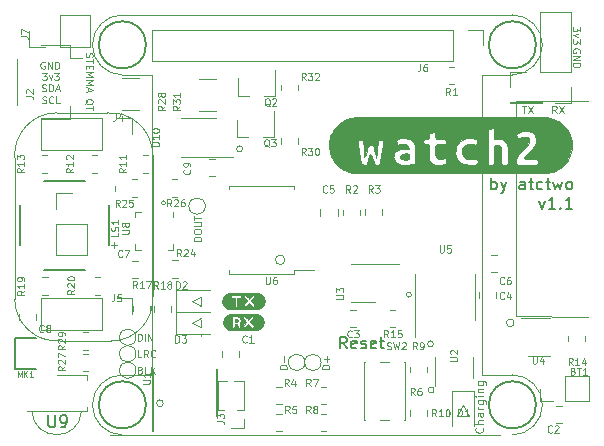
<source format=gto>
%TF.GenerationSoftware,KiCad,Pcbnew,5.1.10*%
%TF.CreationDate,2021-05-20T00:00:10+01:00*%
%TF.ProjectId,watch2-without-led-tab,77617463-6832-42d7-9769-74686f75742d,rev?*%
%TF.SameCoordinates,Original*%
%TF.FileFunction,Legend,Top*%
%TF.FilePolarity,Positive*%
%FSLAX46Y46*%
G04 Gerber Fmt 4.6, Leading zero omitted, Abs format (unit mm)*
G04 Created by KiCad (PCBNEW 5.1.10) date 2021-05-20 00:00:10*
%MOMM*%
%LPD*%
G01*
G04 APERTURE LIST*
%ADD10C,0.100000*%
%ADD11C,0.120000*%
%ADD12C,0.150000*%
%ADD13C,0.050000*%
%ADD14C,0.203200*%
%ADD15C,0.127000*%
G04 APERTURE END LIST*
D10*
X134059642Y-88419285D02*
X134031071Y-88505000D01*
X134031071Y-88647857D01*
X134059642Y-88705000D01*
X134088214Y-88733571D01*
X134145357Y-88762142D01*
X134202500Y-88762142D01*
X134259642Y-88733571D01*
X134288214Y-88705000D01*
X134316785Y-88647857D01*
X134345357Y-88533571D01*
X134373928Y-88476428D01*
X134402500Y-88447857D01*
X134459642Y-88419285D01*
X134516785Y-88419285D01*
X134573928Y-88447857D01*
X134602500Y-88476428D01*
X134631071Y-88533571D01*
X134631071Y-88676428D01*
X134602500Y-88762142D01*
X134631071Y-88933571D02*
X134631071Y-89276428D01*
X134031071Y-89105000D02*
X134631071Y-89105000D01*
X134345357Y-89476428D02*
X134345357Y-89676428D01*
X134031071Y-89762142D02*
X134031071Y-89476428D01*
X134631071Y-89476428D01*
X134631071Y-89762142D01*
X134031071Y-90019285D02*
X134631071Y-90019285D01*
X134202500Y-90219285D01*
X134631071Y-90419285D01*
X134031071Y-90419285D01*
X134031071Y-90705000D02*
X134631071Y-90705000D01*
X134202500Y-90905000D01*
X134631071Y-91105000D01*
X134031071Y-91105000D01*
X134202500Y-91362142D02*
X134202500Y-91647857D01*
X134031071Y-91305000D02*
X134631071Y-91505000D01*
X134031071Y-91705000D01*
X133973928Y-92762142D02*
X134002500Y-92705000D01*
X134059642Y-92647857D01*
X134145357Y-92562142D01*
X134173928Y-92505000D01*
X134173928Y-92447857D01*
X134031071Y-92476428D02*
X134059642Y-92419285D01*
X134116785Y-92362142D01*
X134231071Y-92333571D01*
X134431071Y-92333571D01*
X134545357Y-92362142D01*
X134602500Y-92419285D01*
X134631071Y-92476428D01*
X134631071Y-92590714D01*
X134602500Y-92647857D01*
X134545357Y-92705000D01*
X134431071Y-92733571D01*
X134231071Y-92733571D01*
X134116785Y-92705000D01*
X134059642Y-92647857D01*
X134031071Y-92590714D01*
X134031071Y-92476428D01*
X134631071Y-92905000D02*
X134631071Y-93247857D01*
X134031071Y-93076428D02*
X134631071Y-93076428D01*
X130349714Y-92635357D02*
X130435428Y-92663928D01*
X130578285Y-92663928D01*
X130635428Y-92635357D01*
X130664000Y-92606785D01*
X130692571Y-92549642D01*
X130692571Y-92492500D01*
X130664000Y-92435357D01*
X130635428Y-92406785D01*
X130578285Y-92378214D01*
X130464000Y-92349642D01*
X130406857Y-92321071D01*
X130378285Y-92292500D01*
X130349714Y-92235357D01*
X130349714Y-92178214D01*
X130378285Y-92121071D01*
X130406857Y-92092500D01*
X130464000Y-92063928D01*
X130606857Y-92063928D01*
X130692571Y-92092500D01*
X131292571Y-92606785D02*
X131264000Y-92635357D01*
X131178285Y-92663928D01*
X131121142Y-92663928D01*
X131035428Y-92635357D01*
X130978285Y-92578214D01*
X130949714Y-92521071D01*
X130921142Y-92406785D01*
X130921142Y-92321071D01*
X130949714Y-92206785D01*
X130978285Y-92149642D01*
X131035428Y-92092500D01*
X131121142Y-92063928D01*
X131178285Y-92063928D01*
X131264000Y-92092500D01*
X131292571Y-92121071D01*
X131835428Y-92663928D02*
X131549714Y-92663928D01*
X131549714Y-92063928D01*
X130335428Y-91619357D02*
X130421142Y-91647928D01*
X130564000Y-91647928D01*
X130621142Y-91619357D01*
X130649714Y-91590785D01*
X130678285Y-91533642D01*
X130678285Y-91476500D01*
X130649714Y-91419357D01*
X130621142Y-91390785D01*
X130564000Y-91362214D01*
X130449714Y-91333642D01*
X130392571Y-91305071D01*
X130364000Y-91276500D01*
X130335428Y-91219357D01*
X130335428Y-91162214D01*
X130364000Y-91105071D01*
X130392571Y-91076500D01*
X130449714Y-91047928D01*
X130592571Y-91047928D01*
X130678285Y-91076500D01*
X130935428Y-91647928D02*
X130935428Y-91047928D01*
X131078285Y-91047928D01*
X131164000Y-91076500D01*
X131221142Y-91133642D01*
X131249714Y-91190785D01*
X131278285Y-91305071D01*
X131278285Y-91390785D01*
X131249714Y-91505071D01*
X131221142Y-91562214D01*
X131164000Y-91619357D01*
X131078285Y-91647928D01*
X130935428Y-91647928D01*
X131506857Y-91476500D02*
X131792571Y-91476500D01*
X131449714Y-91647928D02*
X131649714Y-91047928D01*
X131849714Y-91647928D01*
X130349714Y-90095428D02*
X130721142Y-90095428D01*
X130521142Y-90324000D01*
X130606857Y-90324000D01*
X130664000Y-90352571D01*
X130692571Y-90381142D01*
X130721142Y-90438285D01*
X130721142Y-90581142D01*
X130692571Y-90638285D01*
X130664000Y-90666857D01*
X130606857Y-90695428D01*
X130435428Y-90695428D01*
X130378285Y-90666857D01*
X130349714Y-90638285D01*
X130921142Y-90295428D02*
X131064000Y-90695428D01*
X131206857Y-90295428D01*
X131378285Y-90095428D02*
X131749714Y-90095428D01*
X131549714Y-90324000D01*
X131635428Y-90324000D01*
X131692571Y-90352571D01*
X131721142Y-90381142D01*
X131749714Y-90438285D01*
X131749714Y-90581142D01*
X131721142Y-90638285D01*
X131692571Y-90666857D01*
X131635428Y-90695428D01*
X131464000Y-90695428D01*
X131406857Y-90666857D01*
X131378285Y-90638285D01*
X130543357Y-89171500D02*
X130486214Y-89142928D01*
X130400500Y-89142928D01*
X130314785Y-89171500D01*
X130257642Y-89228642D01*
X130229071Y-89285785D01*
X130200500Y-89400071D01*
X130200500Y-89485785D01*
X130229071Y-89600071D01*
X130257642Y-89657214D01*
X130314785Y-89714357D01*
X130400500Y-89742928D01*
X130457642Y-89742928D01*
X130543357Y-89714357D01*
X130571928Y-89685785D01*
X130571928Y-89485785D01*
X130457642Y-89485785D01*
X130829071Y-89742928D02*
X130829071Y-89142928D01*
X131171928Y-89742928D01*
X131171928Y-89142928D01*
X131457642Y-89742928D02*
X131457642Y-89142928D01*
X131600500Y-89142928D01*
X131686214Y-89171500D01*
X131743357Y-89228642D01*
X131771928Y-89285785D01*
X131800500Y-89400071D01*
X131800500Y-89485785D01*
X131771928Y-89600071D01*
X131743357Y-89657214D01*
X131686214Y-89714357D01*
X131600500Y-89742928D01*
X131457642Y-89742928D01*
D11*
X147320000Y-96520000D02*
G75*
G03*
X147320000Y-96520000I-254000J0D01*
G01*
X163525200Y-116941600D02*
G75*
G03*
X163525200Y-116941600I-254000J0D01*
G01*
X170302079Y-111252000D02*
G75*
G03*
X170302079Y-111252000I-325279J0D01*
G01*
X163474400Y-113030000D02*
G75*
G03*
X163474400Y-113030000I-254000J0D01*
G01*
X161607126Y-108864400D02*
G75*
G03*
X161607126Y-108864400I-215526J0D01*
G01*
X140596968Y-118059200D02*
G75*
G03*
X140596968Y-118059200I-287368J0D01*
G01*
D10*
X170992857Y-92889428D02*
X171335714Y-92889428D01*
X171164285Y-93489428D02*
X171164285Y-92889428D01*
X171478571Y-92889428D02*
X171878571Y-93489428D01*
X171878571Y-92889428D02*
X171478571Y-93489428D01*
X173890000Y-93489428D02*
X173690000Y-93203714D01*
X173547142Y-93489428D02*
X173547142Y-92889428D01*
X173775714Y-92889428D01*
X173832857Y-92918000D01*
X173861428Y-92946571D01*
X173890000Y-93003714D01*
X173890000Y-93089428D01*
X173861428Y-93146571D01*
X173832857Y-93175142D01*
X173775714Y-93203714D01*
X173547142Y-93203714D01*
X174090000Y-92889428D02*
X174490000Y-93489428D01*
X174490000Y-92889428D02*
X174090000Y-93489428D01*
X175839400Y-88366657D02*
X175867971Y-88309514D01*
X175867971Y-88223800D01*
X175839400Y-88138085D01*
X175782257Y-88080942D01*
X175725114Y-88052371D01*
X175610828Y-88023800D01*
X175525114Y-88023800D01*
X175410828Y-88052371D01*
X175353685Y-88080942D01*
X175296542Y-88138085D01*
X175267971Y-88223800D01*
X175267971Y-88280942D01*
X175296542Y-88366657D01*
X175325114Y-88395228D01*
X175525114Y-88395228D01*
X175525114Y-88280942D01*
X175267971Y-88652371D02*
X175867971Y-88652371D01*
X175267971Y-88995228D01*
X175867971Y-88995228D01*
X175267971Y-89280942D02*
X175867971Y-89280942D01*
X175867971Y-89423800D01*
X175839400Y-89509514D01*
X175782257Y-89566657D01*
X175725114Y-89595228D01*
X175610828Y-89623800D01*
X175525114Y-89623800D01*
X175410828Y-89595228D01*
X175353685Y-89566657D01*
X175296542Y-89509514D01*
X175267971Y-89423800D01*
X175267971Y-89280942D01*
X175867971Y-86204514D02*
X175867971Y-86575942D01*
X175639400Y-86375942D01*
X175639400Y-86461657D01*
X175610828Y-86518800D01*
X175582257Y-86547371D01*
X175525114Y-86575942D01*
X175382257Y-86575942D01*
X175325114Y-86547371D01*
X175296542Y-86518800D01*
X175267971Y-86461657D01*
X175267971Y-86290228D01*
X175296542Y-86233085D01*
X175325114Y-86204514D01*
X175667971Y-86775942D02*
X175267971Y-86918800D01*
X175667971Y-87061657D01*
X175867971Y-87233085D02*
X175867971Y-87604514D01*
X175639400Y-87404514D01*
X175639400Y-87490228D01*
X175610828Y-87547371D01*
X175582257Y-87575942D01*
X175525114Y-87604514D01*
X175382257Y-87604514D01*
X175325114Y-87575942D01*
X175296542Y-87547371D01*
X175267971Y-87490228D01*
X175267971Y-87318800D01*
X175296542Y-87261657D01*
X175325114Y-87233085D01*
D11*
X143764000Y-112268000D02*
X143764000Y-112395000D01*
X143002000Y-111252000D02*
X143764000Y-110871000D01*
X143764000Y-111633000D02*
X143002000Y-111252000D01*
X143764000Y-110998000D02*
X143764000Y-111633000D01*
X143002000Y-109410500D02*
X143764000Y-109029500D01*
X143764000Y-109791500D02*
X143002000Y-109410500D01*
X143764000Y-109029500D02*
X143764000Y-109791500D01*
X165481000Y-119126000D02*
X166497000Y-119126000D01*
X165989000Y-118237000D02*
X165481000Y-119126000D01*
X166497000Y-119126000D02*
X165989000Y-118237000D01*
X140768605Y-101092000D02*
G75*
G03*
X140768605Y-101092000I-179605J0D01*
G01*
X150896609Y-105918000D02*
G75*
G03*
X150896609Y-105918000I-401609J0D01*
G01*
D12*
X168368880Y-99957380D02*
X168368880Y-98957380D01*
X168368880Y-99338333D02*
X168464119Y-99290714D01*
X168654595Y-99290714D01*
X168749833Y-99338333D01*
X168797452Y-99385952D01*
X168845071Y-99481190D01*
X168845071Y-99766904D01*
X168797452Y-99862142D01*
X168749833Y-99909761D01*
X168654595Y-99957380D01*
X168464119Y-99957380D01*
X168368880Y-99909761D01*
X169178404Y-99290714D02*
X169416500Y-99957380D01*
X169654595Y-99290714D02*
X169416500Y-99957380D01*
X169321261Y-100195476D01*
X169273642Y-100243095D01*
X169178404Y-100290714D01*
X171226023Y-99957380D02*
X171226023Y-99433571D01*
X171178404Y-99338333D01*
X171083166Y-99290714D01*
X170892690Y-99290714D01*
X170797452Y-99338333D01*
X171226023Y-99909761D02*
X171130785Y-99957380D01*
X170892690Y-99957380D01*
X170797452Y-99909761D01*
X170749833Y-99814523D01*
X170749833Y-99719285D01*
X170797452Y-99624047D01*
X170892690Y-99576428D01*
X171130785Y-99576428D01*
X171226023Y-99528809D01*
X171559357Y-99290714D02*
X171940309Y-99290714D01*
X171702214Y-98957380D02*
X171702214Y-99814523D01*
X171749833Y-99909761D01*
X171845071Y-99957380D01*
X171940309Y-99957380D01*
X172702214Y-99909761D02*
X172606976Y-99957380D01*
X172416500Y-99957380D01*
X172321261Y-99909761D01*
X172273642Y-99862142D01*
X172226023Y-99766904D01*
X172226023Y-99481190D01*
X172273642Y-99385952D01*
X172321261Y-99338333D01*
X172416500Y-99290714D01*
X172606976Y-99290714D01*
X172702214Y-99338333D01*
X172987928Y-99290714D02*
X173368880Y-99290714D01*
X173130785Y-98957380D02*
X173130785Y-99814523D01*
X173178404Y-99909761D01*
X173273642Y-99957380D01*
X173368880Y-99957380D01*
X173606976Y-99290714D02*
X173797452Y-99957380D01*
X173987928Y-99481190D01*
X174178404Y-99957380D01*
X174368880Y-99290714D01*
X174892690Y-99957380D02*
X174797452Y-99909761D01*
X174749833Y-99862142D01*
X174702214Y-99766904D01*
X174702214Y-99481190D01*
X174749833Y-99385952D01*
X174797452Y-99338333D01*
X174892690Y-99290714D01*
X175035547Y-99290714D01*
X175130785Y-99338333D01*
X175178404Y-99385952D01*
X175226023Y-99481190D01*
X175226023Y-99766904D01*
X175178404Y-99862142D01*
X175130785Y-99909761D01*
X175035547Y-99957380D01*
X174892690Y-99957380D01*
X172416500Y-100940714D02*
X172654595Y-101607380D01*
X172892690Y-100940714D01*
X173797452Y-101607380D02*
X173226023Y-101607380D01*
X173511738Y-101607380D02*
X173511738Y-100607380D01*
X173416500Y-100750238D01*
X173321261Y-100845476D01*
X173226023Y-100893095D01*
X174226023Y-101512142D02*
X174273642Y-101559761D01*
X174226023Y-101607380D01*
X174178404Y-101559761D01*
X174226023Y-101512142D01*
X174226023Y-101607380D01*
X175226023Y-101607380D02*
X174654595Y-101607380D01*
X174940309Y-101607380D02*
X174940309Y-100607380D01*
X174845071Y-100750238D01*
X174749833Y-100845476D01*
X174654595Y-100893095D01*
D10*
X167636000Y-120114000D02*
X167669333Y-120147333D01*
X167702666Y-120247333D01*
X167702666Y-120314000D01*
X167669333Y-120414000D01*
X167602666Y-120480666D01*
X167536000Y-120514000D01*
X167402666Y-120547333D01*
X167302666Y-120547333D01*
X167169333Y-120514000D01*
X167102666Y-120480666D01*
X167036000Y-120414000D01*
X167002666Y-120314000D01*
X167002666Y-120247333D01*
X167036000Y-120147333D01*
X167069333Y-120114000D01*
X167702666Y-119814000D02*
X167002666Y-119814000D01*
X167702666Y-119514000D02*
X167336000Y-119514000D01*
X167269333Y-119547333D01*
X167236000Y-119614000D01*
X167236000Y-119714000D01*
X167269333Y-119780666D01*
X167302666Y-119814000D01*
X167702666Y-118880666D02*
X167336000Y-118880666D01*
X167269333Y-118914000D01*
X167236000Y-118980666D01*
X167236000Y-119114000D01*
X167269333Y-119180666D01*
X167669333Y-118880666D02*
X167702666Y-118947333D01*
X167702666Y-119114000D01*
X167669333Y-119180666D01*
X167602666Y-119214000D01*
X167536000Y-119214000D01*
X167469333Y-119180666D01*
X167436000Y-119114000D01*
X167436000Y-118947333D01*
X167402666Y-118880666D01*
X167702666Y-118547333D02*
X167236000Y-118547333D01*
X167369333Y-118547333D02*
X167302666Y-118514000D01*
X167269333Y-118480666D01*
X167236000Y-118414000D01*
X167236000Y-118347333D01*
X167236000Y-117814000D02*
X167802666Y-117814000D01*
X167869333Y-117847333D01*
X167902666Y-117880666D01*
X167936000Y-117947333D01*
X167936000Y-118047333D01*
X167902666Y-118114000D01*
X167669333Y-117814000D02*
X167702666Y-117880666D01*
X167702666Y-118014000D01*
X167669333Y-118080666D01*
X167636000Y-118114000D01*
X167569333Y-118147333D01*
X167369333Y-118147333D01*
X167302666Y-118114000D01*
X167269333Y-118080666D01*
X167236000Y-118014000D01*
X167236000Y-117880666D01*
X167269333Y-117814000D01*
X167702666Y-117480666D02*
X167236000Y-117480666D01*
X167002666Y-117480666D02*
X167036000Y-117514000D01*
X167069333Y-117480666D01*
X167036000Y-117447333D01*
X167002666Y-117480666D01*
X167069333Y-117480666D01*
X167236000Y-117147333D02*
X167702666Y-117147333D01*
X167302666Y-117147333D02*
X167269333Y-117114000D01*
X167236000Y-117047333D01*
X167236000Y-116947333D01*
X167269333Y-116880666D01*
X167336000Y-116847333D01*
X167702666Y-116847333D01*
X167236000Y-116214000D02*
X167802666Y-116214000D01*
X167869333Y-116247333D01*
X167902666Y-116280666D01*
X167936000Y-116347333D01*
X167936000Y-116447333D01*
X167902666Y-116514000D01*
X167669333Y-116214000D02*
X167702666Y-116280666D01*
X167702666Y-116414000D01*
X167669333Y-116480666D01*
X167636000Y-116514000D01*
X167569333Y-116547333D01*
X167369333Y-116547333D01*
X167302666Y-116514000D01*
X167269333Y-116480666D01*
X167236000Y-116414000D01*
X167236000Y-116280666D01*
X167269333Y-116214000D01*
D11*
X170434000Y-92456000D02*
X176530000Y-92456000D01*
X170434000Y-110680500D02*
X170434000Y-92456000D01*
X176530000Y-110744000D02*
X170434000Y-110680500D01*
D12*
X156114904Y-113418880D02*
X155781571Y-112942690D01*
X155543476Y-113418880D02*
X155543476Y-112418880D01*
X155924428Y-112418880D01*
X156019666Y-112466500D01*
X156067285Y-112514119D01*
X156114904Y-112609357D01*
X156114904Y-112752214D01*
X156067285Y-112847452D01*
X156019666Y-112895071D01*
X155924428Y-112942690D01*
X155543476Y-112942690D01*
X156924428Y-113371261D02*
X156829190Y-113418880D01*
X156638714Y-113418880D01*
X156543476Y-113371261D01*
X156495857Y-113276023D01*
X156495857Y-112895071D01*
X156543476Y-112799833D01*
X156638714Y-112752214D01*
X156829190Y-112752214D01*
X156924428Y-112799833D01*
X156972047Y-112895071D01*
X156972047Y-112990309D01*
X156495857Y-113085547D01*
X157353000Y-113371261D02*
X157448238Y-113418880D01*
X157638714Y-113418880D01*
X157733952Y-113371261D01*
X157781571Y-113276023D01*
X157781571Y-113228404D01*
X157733952Y-113133166D01*
X157638714Y-113085547D01*
X157495857Y-113085547D01*
X157400619Y-113037928D01*
X157353000Y-112942690D01*
X157353000Y-112895071D01*
X157400619Y-112799833D01*
X157495857Y-112752214D01*
X157638714Y-112752214D01*
X157733952Y-112799833D01*
X158591095Y-113371261D02*
X158495857Y-113418880D01*
X158305380Y-113418880D01*
X158210142Y-113371261D01*
X158162523Y-113276023D01*
X158162523Y-112895071D01*
X158210142Y-112799833D01*
X158305380Y-112752214D01*
X158495857Y-112752214D01*
X158591095Y-112799833D01*
X158638714Y-112895071D01*
X158638714Y-112990309D01*
X158162523Y-113085547D01*
X158924428Y-112752214D02*
X159305380Y-112752214D01*
X159067285Y-112418880D02*
X159067285Y-113276023D01*
X159114904Y-113371261D01*
X159210142Y-113418880D01*
X159305380Y-113418880D01*
D13*
X135871267Y-93482474D02*
X131572000Y-93472000D01*
X136154474Y-112794733D02*
X131844733Y-112776000D01*
X139700000Y-108966000D02*
X139700000Y-97028000D01*
X128026474Y-97300733D02*
X128016000Y-109230474D01*
X131844813Y-112775994D02*
G75*
G02*
X128016000Y-109230474I-272813J3545520D01*
G01*
X139699994Y-108965920D02*
G75*
G02*
X136154474Y-112794733I-3545520J-272813D01*
G01*
X135871187Y-93482480D02*
G75*
G02*
X139700000Y-97028000I272813J-3545520D01*
G01*
X128026480Y-97300813D02*
G75*
G02*
X131572000Y-93472000I3545520J272813D01*
G01*
X167614600Y-90258900D02*
X170154600Y-90258900D01*
X172694600Y-87718900D02*
G75*
G02*
X170154600Y-90258900I-2540000J0D01*
G01*
X170154600Y-85178900D02*
G75*
G02*
X172694600Y-87718900I0J-2540000D01*
G01*
X170154600Y-85178900D02*
X137134600Y-85178900D01*
X134594600Y-87718900D02*
G75*
G02*
X137134600Y-85178900I2540000J0D01*
G01*
X137134600Y-90258900D02*
G75*
G02*
X134594600Y-87718900I0J2540000D01*
G01*
X137134600Y-90258900D02*
X139674600Y-90258900D01*
X139674600Y-90258900D02*
X139674600Y-115658900D01*
X139674600Y-115658900D02*
X137134600Y-115658900D01*
X134594600Y-118198900D02*
G75*
G02*
X137134600Y-115658900I2540000J0D01*
G01*
X137134600Y-120738900D02*
G75*
G02*
X134594600Y-118198900I0J2540000D01*
G01*
X136118600Y-120738900D02*
X169138600Y-120738900D01*
X172694600Y-118198900D02*
G75*
G02*
X170154600Y-120738900I-2540000J0D01*
G01*
X170154600Y-115658900D02*
G75*
G02*
X172694600Y-118198900I0J-2540000D01*
G01*
X170154600Y-115658900D02*
X167614600Y-115658900D01*
X167614600Y-115658900D02*
X167614600Y-90258900D01*
%TO.C,*%
G36*
X146663700Y-111161400D02*
G01*
X146799200Y-111161300D01*
X146862300Y-111140900D01*
X146903100Y-111091700D01*
X146906300Y-111018900D01*
X146874200Y-110963400D01*
X146813500Y-110932900D01*
X146679000Y-110931100D01*
X146631700Y-110951500D01*
X146631700Y-111154900D01*
X146663700Y-111161400D01*
G37*
X146663700Y-111161400D02*
X146799200Y-111161300D01*
X146862300Y-111140900D01*
X146903100Y-111091700D01*
X146906300Y-111018900D01*
X146874200Y-110963400D01*
X146813500Y-110932900D01*
X146679000Y-110931100D01*
X146631700Y-110951500D01*
X146631700Y-111154900D01*
X146663700Y-111161400D01*
G36*
X146285900Y-110513900D02*
G01*
X146218800Y-110523400D01*
X146153000Y-110539600D01*
X146089100Y-110562200D01*
X146027800Y-110591200D01*
X145969700Y-110626100D01*
X145915400Y-110666600D01*
X145865400Y-110712400D01*
X145820300Y-110762900D01*
X145780400Y-110817700D01*
X145746100Y-110876200D01*
X145717900Y-110937800D01*
X145696000Y-111002000D01*
X145680700Y-111068000D01*
X145671900Y-111135200D01*
X145670000Y-111202900D01*
X145674800Y-111270500D01*
X145686400Y-111337300D01*
X145704600Y-111402600D01*
X145729200Y-111465700D01*
X145760000Y-111526100D01*
X145796700Y-111583100D01*
X145838900Y-111636100D01*
X145886100Y-111684700D01*
X145938000Y-111728300D01*
X145994000Y-111766500D01*
X146053600Y-111798900D01*
X146116000Y-111825200D01*
X146180800Y-111845100D01*
X146247300Y-111858400D01*
X146314700Y-111865100D01*
X146382500Y-111865800D01*
X148416600Y-111865800D01*
X148484300Y-111862800D01*
X148551400Y-111852900D01*
X148617100Y-111836500D01*
X148680900Y-111813500D01*
X148742000Y-111784300D01*
X148799900Y-111749100D01*
X148854100Y-111708300D01*
X148903800Y-111662300D01*
X148948800Y-111611600D01*
X148988400Y-111556600D01*
X149022300Y-111497900D01*
X149050200Y-111436200D01*
X149071800Y-111371900D01*
X149086900Y-111305900D01*
X149095300Y-111238600D01*
X149096900Y-111170800D01*
X149091800Y-111103300D01*
X149079900Y-111036500D01*
X149061400Y-110971300D01*
X149036500Y-110908300D01*
X149005400Y-110848100D01*
X148968400Y-110791300D01*
X148926000Y-110738400D01*
X148878500Y-110690100D01*
X148826400Y-110646800D01*
X148770200Y-110608800D01*
X148710500Y-110576700D01*
X148647900Y-110550700D01*
X148583100Y-110531100D01*
X148516500Y-110518100D01*
X148449100Y-110511800D01*
X146359700Y-110511200D01*
X146441100Y-110715000D01*
X146498200Y-110701200D01*
X146775500Y-110700800D01*
X146840000Y-110704300D01*
X146902500Y-110720800D01*
X146963900Y-110750800D01*
X147023300Y-110793200D01*
X147069700Y-110839900D01*
X147106700Y-110899000D01*
X147129500Y-110961400D01*
X147139300Y-111028900D01*
X147136100Y-111100400D01*
X147120200Y-111166200D01*
X147091800Y-111225300D01*
X147050800Y-111277600D01*
X147054400Y-111324300D01*
X147109200Y-111451400D01*
X147130700Y-111504200D01*
X147143200Y-111553000D01*
X147321600Y-111521300D01*
X147343400Y-111476900D01*
X147393000Y-111419700D01*
X147620500Y-111168300D01*
X147347100Y-110859700D01*
X147316300Y-110803200D01*
X147334000Y-110751400D01*
X147395800Y-110695100D01*
X147451300Y-110673700D01*
X147505700Y-110697300D01*
X147558100Y-110751000D01*
X147734600Y-110957000D01*
X147778800Y-111002800D01*
X148002900Y-110748500D01*
X148057000Y-110694600D01*
X148108800Y-110673900D01*
X148165200Y-110700800D01*
X148224100Y-110759000D01*
X148235100Y-110810700D01*
X148200700Y-110871700D01*
X147972000Y-111124200D01*
X147932100Y-111168200D01*
X148162800Y-111416600D01*
X148211000Y-111471200D01*
X148236800Y-111529300D01*
X148217600Y-111582800D01*
X148159100Y-111641500D01*
X148103700Y-111662600D01*
X148050600Y-111635700D01*
X147777200Y-111324900D01*
X147556500Y-111580400D01*
X147504600Y-111636700D01*
X147452300Y-111662600D01*
X147398400Y-111641400D01*
X147336100Y-111582700D01*
X147320700Y-111544100D01*
X147139800Y-111575800D01*
X147117200Y-111613100D01*
X147043600Y-111652100D01*
X146981000Y-111660600D01*
X146935300Y-111626300D01*
X146862900Y-111458300D01*
X146811300Y-111391700D01*
X146675700Y-111391700D01*
X146631700Y-111415500D01*
X146631500Y-111552900D01*
X146619700Y-111617100D01*
X146575500Y-111649500D01*
X146489300Y-111654700D01*
X146424500Y-111633400D01*
X146403700Y-111583700D01*
X146401400Y-111512900D01*
X146401600Y-110767800D01*
X146422900Y-110728900D01*
X146334700Y-110511700D01*
X146285900Y-110513900D01*
G37*
X146285900Y-110513900D02*
X146218800Y-110523400D01*
X146153000Y-110539600D01*
X146089100Y-110562200D01*
X146027800Y-110591200D01*
X145969700Y-110626100D01*
X145915400Y-110666600D01*
X145865400Y-110712400D01*
X145820300Y-110762900D01*
X145780400Y-110817700D01*
X145746100Y-110876200D01*
X145717900Y-110937800D01*
X145696000Y-111002000D01*
X145680700Y-111068000D01*
X145671900Y-111135200D01*
X145670000Y-111202900D01*
X145674800Y-111270500D01*
X145686400Y-111337300D01*
X145704600Y-111402600D01*
X145729200Y-111465700D01*
X145760000Y-111526100D01*
X145796700Y-111583100D01*
X145838900Y-111636100D01*
X145886100Y-111684700D01*
X145938000Y-111728300D01*
X145994000Y-111766500D01*
X146053600Y-111798900D01*
X146116000Y-111825200D01*
X146180800Y-111845100D01*
X146247300Y-111858400D01*
X146314700Y-111865100D01*
X146382500Y-111865800D01*
X148416600Y-111865800D01*
X148484300Y-111862800D01*
X148551400Y-111852900D01*
X148617100Y-111836500D01*
X148680900Y-111813500D01*
X148742000Y-111784300D01*
X148799900Y-111749100D01*
X148854100Y-111708300D01*
X148903800Y-111662300D01*
X148948800Y-111611600D01*
X148988400Y-111556600D01*
X149022300Y-111497900D01*
X149050200Y-111436200D01*
X149071800Y-111371900D01*
X149086900Y-111305900D01*
X149095300Y-111238600D01*
X149096900Y-111170800D01*
X149091800Y-111103300D01*
X149079900Y-111036500D01*
X149061400Y-110971300D01*
X149036500Y-110908300D01*
X149005400Y-110848100D01*
X148968400Y-110791300D01*
X148926000Y-110738400D01*
X148878500Y-110690100D01*
X148826400Y-110646800D01*
X148770200Y-110608800D01*
X148710500Y-110576700D01*
X148647900Y-110550700D01*
X148583100Y-110531100D01*
X148516500Y-110518100D01*
X148449100Y-110511800D01*
X146359700Y-110511200D01*
X146441100Y-110715000D01*
X146498200Y-110701200D01*
X146775500Y-110700800D01*
X146840000Y-110704300D01*
X146902500Y-110720800D01*
X146963900Y-110750800D01*
X147023300Y-110793200D01*
X147069700Y-110839900D01*
X147106700Y-110899000D01*
X147129500Y-110961400D01*
X147139300Y-111028900D01*
X147136100Y-111100400D01*
X147120200Y-111166200D01*
X147091800Y-111225300D01*
X147050800Y-111277600D01*
X147054400Y-111324300D01*
X147109200Y-111451400D01*
X147130700Y-111504200D01*
X147143200Y-111553000D01*
X147321600Y-111521300D01*
X147343400Y-111476900D01*
X147393000Y-111419700D01*
X147620500Y-111168300D01*
X147347100Y-110859700D01*
X147316300Y-110803200D01*
X147334000Y-110751400D01*
X147395800Y-110695100D01*
X147451300Y-110673700D01*
X147505700Y-110697300D01*
X147558100Y-110751000D01*
X147734600Y-110957000D01*
X147778800Y-111002800D01*
X148002900Y-110748500D01*
X148057000Y-110694600D01*
X148108800Y-110673900D01*
X148165200Y-110700800D01*
X148224100Y-110759000D01*
X148235100Y-110810700D01*
X148200700Y-110871700D01*
X147972000Y-111124200D01*
X147932100Y-111168200D01*
X148162800Y-111416600D01*
X148211000Y-111471200D01*
X148236800Y-111529300D01*
X148217600Y-111582800D01*
X148159100Y-111641500D01*
X148103700Y-111662600D01*
X148050600Y-111635700D01*
X147777200Y-111324900D01*
X147556500Y-111580400D01*
X147504600Y-111636700D01*
X147452300Y-111662600D01*
X147398400Y-111641400D01*
X147336100Y-111582700D01*
X147320700Y-111544100D01*
X147139800Y-111575800D01*
X147117200Y-111613100D01*
X147043600Y-111652100D01*
X146981000Y-111660600D01*
X146935300Y-111626300D01*
X146862900Y-111458300D01*
X146811300Y-111391700D01*
X146675700Y-111391700D01*
X146631700Y-111415500D01*
X146631500Y-111552900D01*
X146619700Y-111617100D01*
X146575500Y-111649500D01*
X146489300Y-111654700D01*
X146424500Y-111633400D01*
X146403700Y-111583700D01*
X146401400Y-111512900D01*
X146401600Y-110767800D01*
X146422900Y-110728900D01*
X146334700Y-110511700D01*
X146285900Y-110513900D01*
G36*
X146212900Y-108735200D02*
G01*
X146145800Y-108743900D01*
X146079800Y-108759200D01*
X146015700Y-108781100D01*
X145954100Y-108809200D01*
X145895600Y-108843400D01*
X145840800Y-108883200D01*
X145790200Y-108928300D01*
X145744500Y-108978200D01*
X145703900Y-109032400D01*
X145668900Y-109090500D01*
X145640000Y-109151700D01*
X145617200Y-109215500D01*
X145601000Y-109281200D01*
X145591400Y-109348300D01*
X145588600Y-109416000D01*
X145592500Y-109483600D01*
X145603200Y-109550500D01*
X145620500Y-109615900D01*
X145644200Y-109679400D01*
X145674200Y-109740100D01*
X145710100Y-109797600D01*
X145751500Y-109851100D01*
X145798100Y-109900300D01*
X145849300Y-109944600D01*
X145904800Y-109983500D01*
X145963800Y-110016700D01*
X146025800Y-110043900D01*
X146090300Y-110064700D01*
X146156500Y-110078900D01*
X146223800Y-110086500D01*
X146291600Y-110087800D01*
X148459900Y-110087800D01*
X148527600Y-110087300D01*
X148595100Y-110081300D01*
X148661600Y-110068500D01*
X148726500Y-110049200D01*
X148789200Y-110023500D01*
X148849000Y-109991700D01*
X148905300Y-109954000D01*
X148957500Y-109911000D01*
X149005200Y-109862900D01*
X149047900Y-109810300D01*
X149085100Y-109753700D01*
X149116400Y-109693600D01*
X149141600Y-109630800D01*
X149160400Y-109565700D01*
X149172600Y-109499100D01*
X149178100Y-109431500D01*
X149176800Y-109363800D01*
X149168800Y-109296600D01*
X149154100Y-109230500D01*
X149132800Y-109166200D01*
X149105300Y-109104300D01*
X149071700Y-109045500D01*
X149032400Y-108990300D01*
X148987700Y-108939400D01*
X148938200Y-108893100D01*
X148884400Y-108852000D01*
X148826700Y-108816600D01*
X148765800Y-108787000D01*
X148702200Y-108763700D01*
X148636600Y-108746800D01*
X148569600Y-108736600D01*
X148502000Y-108733200D01*
X146278400Y-108733200D01*
X146316100Y-108946100D01*
X146364500Y-108930200D01*
X146386600Y-108929600D01*
X147064200Y-108929600D01*
X147136300Y-108931400D01*
X147188200Y-108962000D01*
X147192800Y-109017800D01*
X147401600Y-109014600D01*
X147414100Y-108974900D01*
X147475300Y-108918300D01*
X147531200Y-108895700D01*
X147585200Y-108917900D01*
X147638100Y-108971500D01*
X147814500Y-109177300D01*
X147858600Y-109226500D01*
X148082600Y-108972300D01*
X148136000Y-108918300D01*
X148188400Y-108895800D01*
X148243900Y-108921000D01*
X148303900Y-108978900D01*
X148316800Y-109030600D01*
X148284200Y-109091000D01*
X148055200Y-109344100D01*
X148013400Y-109390200D01*
X148244000Y-109638400D01*
X148292100Y-109692900D01*
X148318000Y-109751100D01*
X148299100Y-109804500D01*
X148240700Y-109863300D01*
X148185300Y-109884600D01*
X148132300Y-109858000D01*
X147858900Y-109547400D01*
X147814800Y-109595900D01*
X147638400Y-109801700D01*
X147586700Y-109858000D01*
X147534300Y-109884600D01*
X147480600Y-109864100D01*
X147418100Y-109805600D01*
X147397200Y-109755300D01*
X147423800Y-109700100D01*
X147473400Y-109642600D01*
X147700800Y-109391400D01*
X147658100Y-109340600D01*
X147429800Y-109083300D01*
X147404000Y-109037400D01*
X147191800Y-109042600D01*
X147183400Y-109094900D01*
X147126200Y-109117900D01*
X146917800Y-109119200D01*
X146855200Y-109124400D01*
X146855200Y-109734200D01*
X146853600Y-109806200D01*
X146829200Y-109863600D01*
X146769700Y-109883600D01*
X146694600Y-109881800D01*
X146641800Y-109850700D01*
X146631700Y-109789100D01*
X146631700Y-109174900D01*
X146619500Y-109119200D01*
X146416200Y-109119200D01*
X146344100Y-109116500D01*
X146294400Y-109082300D01*
X146286400Y-109013600D01*
X146300900Y-108962000D01*
X146253400Y-108733700D01*
X146212900Y-108735200D01*
G37*
X146212900Y-108735200D02*
X146145800Y-108743900D01*
X146079800Y-108759200D01*
X146015700Y-108781100D01*
X145954100Y-108809200D01*
X145895600Y-108843400D01*
X145840800Y-108883200D01*
X145790200Y-108928300D01*
X145744500Y-108978200D01*
X145703900Y-109032400D01*
X145668900Y-109090500D01*
X145640000Y-109151700D01*
X145617200Y-109215500D01*
X145601000Y-109281200D01*
X145591400Y-109348300D01*
X145588600Y-109416000D01*
X145592500Y-109483600D01*
X145603200Y-109550500D01*
X145620500Y-109615900D01*
X145644200Y-109679400D01*
X145674200Y-109740100D01*
X145710100Y-109797600D01*
X145751500Y-109851100D01*
X145798100Y-109900300D01*
X145849300Y-109944600D01*
X145904800Y-109983500D01*
X145963800Y-110016700D01*
X146025800Y-110043900D01*
X146090300Y-110064700D01*
X146156500Y-110078900D01*
X146223800Y-110086500D01*
X146291600Y-110087800D01*
X148459900Y-110087800D01*
X148527600Y-110087300D01*
X148595100Y-110081300D01*
X148661600Y-110068500D01*
X148726500Y-110049200D01*
X148789200Y-110023500D01*
X148849000Y-109991700D01*
X148905300Y-109954000D01*
X148957500Y-109911000D01*
X149005200Y-109862900D01*
X149047900Y-109810300D01*
X149085100Y-109753700D01*
X149116400Y-109693600D01*
X149141600Y-109630800D01*
X149160400Y-109565700D01*
X149172600Y-109499100D01*
X149178100Y-109431500D01*
X149176800Y-109363800D01*
X149168800Y-109296600D01*
X149154100Y-109230500D01*
X149132800Y-109166200D01*
X149105300Y-109104300D01*
X149071700Y-109045500D01*
X149032400Y-108990300D01*
X148987700Y-108939400D01*
X148938200Y-108893100D01*
X148884400Y-108852000D01*
X148826700Y-108816600D01*
X148765800Y-108787000D01*
X148702200Y-108763700D01*
X148636600Y-108746800D01*
X148569600Y-108736600D01*
X148502000Y-108733200D01*
X146278400Y-108733200D01*
X146316100Y-108946100D01*
X146364500Y-108930200D01*
X146386600Y-108929600D01*
X147064200Y-108929600D01*
X147136300Y-108931400D01*
X147188200Y-108962000D01*
X147192800Y-109017800D01*
X147401600Y-109014600D01*
X147414100Y-108974900D01*
X147475300Y-108918300D01*
X147531200Y-108895700D01*
X147585200Y-108917900D01*
X147638100Y-108971500D01*
X147814500Y-109177300D01*
X147858600Y-109226500D01*
X148082600Y-108972300D01*
X148136000Y-108918300D01*
X148188400Y-108895800D01*
X148243900Y-108921000D01*
X148303900Y-108978900D01*
X148316800Y-109030600D01*
X148284200Y-109091000D01*
X148055200Y-109344100D01*
X148013400Y-109390200D01*
X148244000Y-109638400D01*
X148292100Y-109692900D01*
X148318000Y-109751100D01*
X148299100Y-109804500D01*
X148240700Y-109863300D01*
X148185300Y-109884600D01*
X148132300Y-109858000D01*
X147858900Y-109547400D01*
X147814800Y-109595900D01*
X147638400Y-109801700D01*
X147586700Y-109858000D01*
X147534300Y-109884600D01*
X147480600Y-109864100D01*
X147418100Y-109805600D01*
X147397200Y-109755300D01*
X147423800Y-109700100D01*
X147473400Y-109642600D01*
X147700800Y-109391400D01*
X147658100Y-109340600D01*
X147429800Y-109083300D01*
X147404000Y-109037400D01*
X147191800Y-109042600D01*
X147183400Y-109094900D01*
X147126200Y-109117900D01*
X146917800Y-109119200D01*
X146855200Y-109124400D01*
X146855200Y-109734200D01*
X146853600Y-109806200D01*
X146829200Y-109863600D01*
X146769700Y-109883600D01*
X146694600Y-109881800D01*
X146641800Y-109850700D01*
X146631700Y-109789100D01*
X146631700Y-109174900D01*
X146619500Y-109119200D01*
X146416200Y-109119200D01*
X146344100Y-109116500D01*
X146294400Y-109082300D01*
X146286400Y-109013600D01*
X146300900Y-108962000D01*
X146253400Y-108733700D01*
X146212900Y-108735200D01*
D11*
%TO.C,D+*%
X153963600Y-114604800D02*
G75*
G03*
X153963600Y-114604800I-700000J0D01*
G01*
%TO.C,D-*%
X152592000Y-114604800D02*
G75*
G03*
X152592000Y-114604800I-700000J0D01*
G01*
%TO.C,DOUT*%
X144159200Y-101371400D02*
G75*
G03*
X144159200Y-101371400I-700000J0D01*
G01*
%TO.C,BLK*%
X138291800Y-115265200D02*
G75*
G03*
X138291800Y-115265200I-700000J0D01*
G01*
%TO.C,LRC*%
X138291800Y-113868200D02*
G75*
G03*
X138291800Y-113868200I-700000J0D01*
G01*
%TO.C,DIN*%
X138291800Y-112471200D02*
G75*
G03*
X138291800Y-112471200I-700000J0D01*
G01*
D13*
%TO.C,*%
G36*
X156854800Y-93849200D02*
G01*
X156619600Y-93875900D01*
X156388200Y-93926000D01*
X156163000Y-93998800D01*
X155946100Y-94093700D01*
X155739800Y-94209800D01*
X155546100Y-94345900D01*
X155367000Y-94500700D01*
X155204100Y-94672500D01*
X155059200Y-94859700D01*
X154933800Y-95060500D01*
X154828900Y-95272700D01*
X154745800Y-95494300D01*
X154685100Y-95723200D01*
X154647600Y-95956900D01*
X154633600Y-96193200D01*
X154643200Y-96429800D01*
X154676400Y-96664100D01*
X154732800Y-96894100D01*
X154811800Y-97117200D01*
X154912700Y-97331400D01*
X155034400Y-97534400D01*
X155175800Y-97724300D01*
X155335500Y-97899100D01*
X155511700Y-98057100D01*
X155702800Y-98196800D01*
X155907000Y-98316700D01*
X156122000Y-98415600D01*
X156345900Y-98492600D01*
X156576300Y-98546900D01*
X156811000Y-98578000D01*
X157035100Y-98585500D01*
X157365000Y-97821600D01*
X157303600Y-97613400D01*
X157253100Y-97372300D01*
X157214300Y-97141600D01*
X157180400Y-96902400D01*
X157151000Y-96672700D01*
X157094000Y-96198600D01*
X157070400Y-95963500D01*
X157067600Y-95741100D01*
X157304500Y-95741100D01*
X157526700Y-95756600D01*
X157571000Y-96465700D01*
X157587000Y-96697100D01*
X157607100Y-96931600D01*
X157631500Y-97170400D01*
X157692900Y-97158300D01*
X157757400Y-96934100D01*
X157814800Y-96704200D01*
X157878900Y-96476500D01*
X157936700Y-96253300D01*
X158106700Y-96167800D01*
X158343500Y-96167800D01*
X158403700Y-96390100D01*
X158468000Y-96612900D01*
X158527600Y-96838600D01*
X158583300Y-97071100D01*
X158642500Y-97259200D01*
X158697800Y-96789800D01*
X158719300Y-96554000D01*
X158731600Y-96317600D01*
X158735000Y-96081000D01*
X158747300Y-95844700D01*
X158891300Y-95741100D01*
X159128200Y-95741100D01*
X159221400Y-95878300D01*
X159198400Y-96120200D01*
X159171500Y-96357300D01*
X159140900Y-96589700D01*
X159106500Y-96817300D01*
X159066500Y-97051900D01*
X160090100Y-97111100D01*
X160144400Y-96895400D01*
X160290700Y-96717300D01*
X160484700Y-96588600D01*
X160709300Y-96521900D01*
X160946900Y-96500100D01*
X161196500Y-96512600D01*
X161366200Y-96493800D01*
X161314100Y-96262500D01*
X161162400Y-96132500D01*
X160899300Y-96096700D01*
X160660900Y-96112400D01*
X160422400Y-96155600D01*
X160343300Y-95995300D01*
X160306300Y-95761300D01*
X160466400Y-95680800D01*
X160716300Y-95637900D01*
X160955600Y-95622700D01*
X161038500Y-95623300D01*
X161282700Y-95650800D01*
X161497700Y-95725400D01*
X161690900Y-95853200D01*
X161824300Y-96036800D01*
X161888200Y-96252900D01*
X162598900Y-96031700D01*
X162598900Y-95807400D01*
X162722000Y-95693700D01*
X162958900Y-95693700D01*
X163073100Y-95571000D01*
X163073100Y-95334200D01*
X163123400Y-95140000D01*
X163590600Y-95062100D01*
X163642000Y-95238300D01*
X163642000Y-95475100D01*
X163660300Y-95693700D01*
X164370800Y-95693700D01*
X164542900Y-95758400D01*
X164542900Y-95995200D01*
X164455000Y-96144100D01*
X163744500Y-96144100D01*
X163642000Y-96278500D01*
X163642000Y-96989000D01*
X163670700Y-97225100D01*
X163830500Y-97380800D01*
X164069600Y-97394500D01*
X164489000Y-97313400D01*
X165372600Y-97119700D01*
X165331900Y-96902100D01*
X165346200Y-96530900D01*
X165413600Y-96309000D01*
X165527100Y-96100000D01*
X165675100Y-95924300D01*
X165861500Y-95789200D01*
X166082500Y-95692000D01*
X166305800Y-95640100D01*
X166554800Y-95622500D01*
X166798000Y-95638800D01*
X167019400Y-95686500D01*
X167214000Y-95770700D01*
X167153700Y-95999700D01*
X167067500Y-96182700D01*
X166848400Y-96134500D01*
X166597100Y-96120400D01*
X166355300Y-96145300D01*
X166134400Y-96233400D01*
X165989600Y-96399200D01*
X165906600Y-96620900D01*
X165900700Y-96869400D01*
X165968500Y-97093500D01*
X166101300Y-97261200D01*
X166286100Y-97356300D01*
X166541800Y-97398300D01*
X166796500Y-97392300D01*
X167034200Y-97351400D01*
X167187000Y-97390000D01*
X167220300Y-97611900D01*
X168051500Y-97783700D01*
X168051500Y-94954200D01*
X168149200Y-94800200D01*
X168616400Y-94722300D01*
X168620400Y-94954400D01*
X168620400Y-95664900D01*
X168748200Y-95727200D01*
X168991000Y-95694100D01*
X169234200Y-95725900D01*
X169438200Y-95817800D01*
X169602900Y-95981100D01*
X169708000Y-96188500D01*
X169764000Y-96416000D01*
X169782100Y-96658200D01*
X169782100Y-97830400D01*
X170470500Y-97687000D01*
X170485500Y-97476400D01*
X170551700Y-97248500D01*
X170661100Y-97034400D01*
X170801800Y-96848900D01*
X170961100Y-96673700D01*
X171295700Y-96337300D01*
X171461000Y-96156900D01*
X171585100Y-95959000D01*
X171593800Y-95726100D01*
X171460300Y-95543400D01*
X171237900Y-95480400D01*
X171007600Y-95524000D01*
X170815400Y-95633300D01*
X170644700Y-95710600D01*
X170508100Y-95517100D01*
X170433100Y-95328300D01*
X170620900Y-95182100D01*
X170828900Y-95075800D01*
X171059700Y-95006700D01*
X171290500Y-94982500D01*
X171522500Y-95009300D01*
X171752600Y-95092900D01*
X171943300Y-95219300D01*
X172085900Y-95405400D01*
X172162200Y-95625900D01*
X172176400Y-95788500D01*
X172147200Y-96027100D01*
X172058500Y-96235300D01*
X171920000Y-96432300D01*
X171759000Y-96608900D01*
X171583000Y-96769600D01*
X171422400Y-96935800D01*
X171259500Y-97110100D01*
X171130800Y-97321400D01*
X171252900Y-97400500D01*
X172200200Y-97400500D01*
X172318700Y-97518900D01*
X172318700Y-97755700D01*
X172200800Y-97874700D01*
X170543000Y-97874700D01*
X170474400Y-97711000D01*
X169769700Y-97844800D01*
X169577000Y-97874700D01*
X169340200Y-97874700D01*
X169213100Y-97764900D01*
X169213100Y-96817600D01*
X169204000Y-96551500D01*
X169155400Y-96339700D01*
X169009800Y-96188900D01*
X168767700Y-96182900D01*
X168620400Y-96301400D01*
X168620400Y-97722300D01*
X168536000Y-97874700D01*
X168062300Y-97874700D01*
X168053200Y-97808500D01*
X167219100Y-97636300D01*
X167177900Y-97803700D01*
X166941300Y-97853700D01*
X166712800Y-97872300D01*
X166452600Y-97871300D01*
X166211900Y-97843800D01*
X166000800Y-97787500D01*
X165781400Y-97681700D01*
X165604400Y-97537000D01*
X165463500Y-97347400D01*
X165379700Y-97143600D01*
X164503700Y-97323300D01*
X164547700Y-97543300D01*
X164571900Y-97763800D01*
X164346100Y-97833800D01*
X164108500Y-97865900D01*
X163872700Y-97874400D01*
X163633800Y-97853900D01*
X163407200Y-97787200D01*
X163231200Y-97654500D01*
X163123200Y-97444200D01*
X163082600Y-97230100D01*
X163073100Y-96967200D01*
X163073100Y-96256800D01*
X162972700Y-96144100D01*
X162735900Y-96144100D01*
X162609000Y-96051600D01*
X161892700Y-96277300D01*
X161911500Y-96504300D01*
X161911500Y-97688500D01*
X161790100Y-97799500D01*
X161534200Y-97838800D01*
X161315100Y-97863100D01*
X161070000Y-97874000D01*
X160820200Y-97867400D01*
X160588500Y-97829000D01*
X160372300Y-97737500D01*
X160202600Y-97579200D01*
X160109100Y-97379400D01*
X160088100Y-97135700D01*
X159062100Y-97076500D01*
X159018500Y-97314600D01*
X158972600Y-97546900D01*
X158926700Y-97761200D01*
X158798200Y-97874700D01*
X158561400Y-97874700D01*
X158403300Y-97675700D01*
X158319100Y-97455300D01*
X158249300Y-97237800D01*
X158183700Y-97008800D01*
X158107700Y-96983900D01*
X157971300Y-97430300D01*
X157808600Y-97874700D01*
X157571800Y-97874700D01*
X157380800Y-97836000D01*
X157060100Y-98585900D01*
X172678100Y-98585900D01*
X172914900Y-98584700D01*
X173150900Y-98565400D01*
X173383700Y-98522700D01*
X173611200Y-98457000D01*
X173830900Y-98368900D01*
X174040800Y-98259400D01*
X174238600Y-98129500D01*
X174422600Y-97980500D01*
X174590800Y-97813900D01*
X174741500Y-97631300D01*
X174873200Y-97434600D01*
X174984700Y-97225800D01*
X175074800Y-97006900D01*
X175142600Y-96780100D01*
X175187500Y-96547600D01*
X175208900Y-96311900D01*
X175206800Y-96075200D01*
X175181000Y-95839800D01*
X175131900Y-95608300D01*
X175059900Y-95382700D01*
X174965800Y-95165500D01*
X174850500Y-94958800D01*
X174715200Y-94764500D01*
X174561200Y-94584800D01*
X174390000Y-94421200D01*
X174203400Y-94275600D01*
X174003100Y-94149400D01*
X173791300Y-94043700D01*
X173570000Y-93959600D01*
X173341400Y-93898100D01*
X173107800Y-93859700D01*
X172871500Y-93844700D01*
X157004200Y-93844500D01*
X156854800Y-93849200D01*
G37*
X156854800Y-93849200D02*
X156619600Y-93875900D01*
X156388200Y-93926000D01*
X156163000Y-93998800D01*
X155946100Y-94093700D01*
X155739800Y-94209800D01*
X155546100Y-94345900D01*
X155367000Y-94500700D01*
X155204100Y-94672500D01*
X155059200Y-94859700D01*
X154933800Y-95060500D01*
X154828900Y-95272700D01*
X154745800Y-95494300D01*
X154685100Y-95723200D01*
X154647600Y-95956900D01*
X154633600Y-96193200D01*
X154643200Y-96429800D01*
X154676400Y-96664100D01*
X154732800Y-96894100D01*
X154811800Y-97117200D01*
X154912700Y-97331400D01*
X155034400Y-97534400D01*
X155175800Y-97724300D01*
X155335500Y-97899100D01*
X155511700Y-98057100D01*
X155702800Y-98196800D01*
X155907000Y-98316700D01*
X156122000Y-98415600D01*
X156345900Y-98492600D01*
X156576300Y-98546900D01*
X156811000Y-98578000D01*
X157035100Y-98585500D01*
X157365000Y-97821600D01*
X157303600Y-97613400D01*
X157253100Y-97372300D01*
X157214300Y-97141600D01*
X157180400Y-96902400D01*
X157151000Y-96672700D01*
X157094000Y-96198600D01*
X157070400Y-95963500D01*
X157067600Y-95741100D01*
X157304500Y-95741100D01*
X157526700Y-95756600D01*
X157571000Y-96465700D01*
X157587000Y-96697100D01*
X157607100Y-96931600D01*
X157631500Y-97170400D01*
X157692900Y-97158300D01*
X157757400Y-96934100D01*
X157814800Y-96704200D01*
X157878900Y-96476500D01*
X157936700Y-96253300D01*
X158106700Y-96167800D01*
X158343500Y-96167800D01*
X158403700Y-96390100D01*
X158468000Y-96612900D01*
X158527600Y-96838600D01*
X158583300Y-97071100D01*
X158642500Y-97259200D01*
X158697800Y-96789800D01*
X158719300Y-96554000D01*
X158731600Y-96317600D01*
X158735000Y-96081000D01*
X158747300Y-95844700D01*
X158891300Y-95741100D01*
X159128200Y-95741100D01*
X159221400Y-95878300D01*
X159198400Y-96120200D01*
X159171500Y-96357300D01*
X159140900Y-96589700D01*
X159106500Y-96817300D01*
X159066500Y-97051900D01*
X160090100Y-97111100D01*
X160144400Y-96895400D01*
X160290700Y-96717300D01*
X160484700Y-96588600D01*
X160709300Y-96521900D01*
X160946900Y-96500100D01*
X161196500Y-96512600D01*
X161366200Y-96493800D01*
X161314100Y-96262500D01*
X161162400Y-96132500D01*
X160899300Y-96096700D01*
X160660900Y-96112400D01*
X160422400Y-96155600D01*
X160343300Y-95995300D01*
X160306300Y-95761300D01*
X160466400Y-95680800D01*
X160716300Y-95637900D01*
X160955600Y-95622700D01*
X161038500Y-95623300D01*
X161282700Y-95650800D01*
X161497700Y-95725400D01*
X161690900Y-95853200D01*
X161824300Y-96036800D01*
X161888200Y-96252900D01*
X162598900Y-96031700D01*
X162598900Y-95807400D01*
X162722000Y-95693700D01*
X162958900Y-95693700D01*
X163073100Y-95571000D01*
X163073100Y-95334200D01*
X163123400Y-95140000D01*
X163590600Y-95062100D01*
X163642000Y-95238300D01*
X163642000Y-95475100D01*
X163660300Y-95693700D01*
X164370800Y-95693700D01*
X164542900Y-95758400D01*
X164542900Y-95995200D01*
X164455000Y-96144100D01*
X163744500Y-96144100D01*
X163642000Y-96278500D01*
X163642000Y-96989000D01*
X163670700Y-97225100D01*
X163830500Y-97380800D01*
X164069600Y-97394500D01*
X164489000Y-97313400D01*
X165372600Y-97119700D01*
X165331900Y-96902100D01*
X165346200Y-96530900D01*
X165413600Y-96309000D01*
X165527100Y-96100000D01*
X165675100Y-95924300D01*
X165861500Y-95789200D01*
X166082500Y-95692000D01*
X166305800Y-95640100D01*
X166554800Y-95622500D01*
X166798000Y-95638800D01*
X167019400Y-95686500D01*
X167214000Y-95770700D01*
X167153700Y-95999700D01*
X167067500Y-96182700D01*
X166848400Y-96134500D01*
X166597100Y-96120400D01*
X166355300Y-96145300D01*
X166134400Y-96233400D01*
X165989600Y-96399200D01*
X165906600Y-96620900D01*
X165900700Y-96869400D01*
X165968500Y-97093500D01*
X166101300Y-97261200D01*
X166286100Y-97356300D01*
X166541800Y-97398300D01*
X166796500Y-97392300D01*
X167034200Y-97351400D01*
X167187000Y-97390000D01*
X167220300Y-97611900D01*
X168051500Y-97783700D01*
X168051500Y-94954200D01*
X168149200Y-94800200D01*
X168616400Y-94722300D01*
X168620400Y-94954400D01*
X168620400Y-95664900D01*
X168748200Y-95727200D01*
X168991000Y-95694100D01*
X169234200Y-95725900D01*
X169438200Y-95817800D01*
X169602900Y-95981100D01*
X169708000Y-96188500D01*
X169764000Y-96416000D01*
X169782100Y-96658200D01*
X169782100Y-97830400D01*
X170470500Y-97687000D01*
X170485500Y-97476400D01*
X170551700Y-97248500D01*
X170661100Y-97034400D01*
X170801800Y-96848900D01*
X170961100Y-96673700D01*
X171295700Y-96337300D01*
X171461000Y-96156900D01*
X171585100Y-95959000D01*
X171593800Y-95726100D01*
X171460300Y-95543400D01*
X171237900Y-95480400D01*
X171007600Y-95524000D01*
X170815400Y-95633300D01*
X170644700Y-95710600D01*
X170508100Y-95517100D01*
X170433100Y-95328300D01*
X170620900Y-95182100D01*
X170828900Y-95075800D01*
X171059700Y-95006700D01*
X171290500Y-94982500D01*
X171522500Y-95009300D01*
X171752600Y-95092900D01*
X171943300Y-95219300D01*
X172085900Y-95405400D01*
X172162200Y-95625900D01*
X172176400Y-95788500D01*
X172147200Y-96027100D01*
X172058500Y-96235300D01*
X171920000Y-96432300D01*
X171759000Y-96608900D01*
X171583000Y-96769600D01*
X171422400Y-96935800D01*
X171259500Y-97110100D01*
X171130800Y-97321400D01*
X171252900Y-97400500D01*
X172200200Y-97400500D01*
X172318700Y-97518900D01*
X172318700Y-97755700D01*
X172200800Y-97874700D01*
X170543000Y-97874700D01*
X170474400Y-97711000D01*
X169769700Y-97844800D01*
X169577000Y-97874700D01*
X169340200Y-97874700D01*
X169213100Y-97764900D01*
X169213100Y-96817600D01*
X169204000Y-96551500D01*
X169155400Y-96339700D01*
X169009800Y-96188900D01*
X168767700Y-96182900D01*
X168620400Y-96301400D01*
X168620400Y-97722300D01*
X168536000Y-97874700D01*
X168062300Y-97874700D01*
X168053200Y-97808500D01*
X167219100Y-97636300D01*
X167177900Y-97803700D01*
X166941300Y-97853700D01*
X166712800Y-97872300D01*
X166452600Y-97871300D01*
X166211900Y-97843800D01*
X166000800Y-97787500D01*
X165781400Y-97681700D01*
X165604400Y-97537000D01*
X165463500Y-97347400D01*
X165379700Y-97143600D01*
X164503700Y-97323300D01*
X164547700Y-97543300D01*
X164571900Y-97763800D01*
X164346100Y-97833800D01*
X164108500Y-97865900D01*
X163872700Y-97874400D01*
X163633800Y-97853900D01*
X163407200Y-97787200D01*
X163231200Y-97654500D01*
X163123200Y-97444200D01*
X163082600Y-97230100D01*
X163073100Y-96967200D01*
X163073100Y-96256800D01*
X162972700Y-96144100D01*
X162735900Y-96144100D01*
X162609000Y-96051600D01*
X161892700Y-96277300D01*
X161911500Y-96504300D01*
X161911500Y-97688500D01*
X161790100Y-97799500D01*
X161534200Y-97838800D01*
X161315100Y-97863100D01*
X161070000Y-97874000D01*
X160820200Y-97867400D01*
X160588500Y-97829000D01*
X160372300Y-97737500D01*
X160202600Y-97579200D01*
X160109100Y-97379400D01*
X160088100Y-97135700D01*
X159062100Y-97076500D01*
X159018500Y-97314600D01*
X158972600Y-97546900D01*
X158926700Y-97761200D01*
X158798200Y-97874700D01*
X158561400Y-97874700D01*
X158403300Y-97675700D01*
X158319100Y-97455300D01*
X158249300Y-97237800D01*
X158183700Y-97008800D01*
X158107700Y-96983900D01*
X157971300Y-97430300D01*
X157808600Y-97874700D01*
X157571800Y-97874700D01*
X157380800Y-97836000D01*
X157060100Y-98585900D01*
X172678100Y-98585900D01*
X172914900Y-98584700D01*
X173150900Y-98565400D01*
X173383700Y-98522700D01*
X173611200Y-98457000D01*
X173830900Y-98368900D01*
X174040800Y-98259400D01*
X174238600Y-98129500D01*
X174422600Y-97980500D01*
X174590800Y-97813900D01*
X174741500Y-97631300D01*
X174873200Y-97434600D01*
X174984700Y-97225800D01*
X175074800Y-97006900D01*
X175142600Y-96780100D01*
X175187500Y-96547600D01*
X175208900Y-96311900D01*
X175206800Y-96075200D01*
X175181000Y-95839800D01*
X175131900Y-95608300D01*
X175059900Y-95382700D01*
X174965800Y-95165500D01*
X174850500Y-94958800D01*
X174715200Y-94764500D01*
X174561200Y-94584800D01*
X174390000Y-94421200D01*
X174203400Y-94275600D01*
X174003100Y-94149400D01*
X173791300Y-94043700D01*
X173570000Y-93959600D01*
X173341400Y-93898100D01*
X173107800Y-93859700D01*
X172871500Y-93844700D01*
X157004200Y-93844500D01*
X156854800Y-93849200D01*
G36*
X161161000Y-97424200D02*
G01*
X161366200Y-97395200D01*
X161366200Y-97158300D01*
X161362700Y-96924700D01*
X161125300Y-96902700D01*
X160888300Y-96921100D01*
X160687800Y-97025100D01*
X160671200Y-97261700D01*
X160835900Y-97396800D01*
X161161000Y-97424200D01*
G37*
X161161000Y-97424200D02*
X161366200Y-97395200D01*
X161366200Y-97158300D01*
X161362700Y-96924700D01*
X161125300Y-96902700D01*
X160888300Y-96921100D01*
X160687800Y-97025100D01*
X160671200Y-97261700D01*
X160835900Y-97396800D01*
X161161000Y-97424200D01*
D11*
%TO.C,Speaker*%
X131512000Y-100270000D02*
X132842000Y-100270000D01*
X131512000Y-101600000D02*
X131512000Y-100270000D01*
X131512000Y-102870000D02*
X134172000Y-102870000D01*
X134172000Y-102870000D02*
X134172000Y-105470000D01*
X131512000Y-102870000D02*
X131512000Y-105470000D01*
X131512000Y-105470000D02*
X134172000Y-105470000D01*
%TO.C,REF\u002A\u002A*%
X169993000Y-92643000D02*
X172653000Y-92643000D01*
X169993000Y-92583000D02*
X169993000Y-92643000D01*
X172653000Y-92583000D02*
X172653000Y-92643000D01*
X169993000Y-92583000D02*
X172653000Y-92583000D01*
X169993000Y-91313000D02*
X169993000Y-89983000D01*
X169993000Y-89983000D02*
X171323000Y-89983000D01*
X175129500Y-84903000D02*
X172469500Y-84903000D01*
X175129500Y-90043000D02*
X175129500Y-84903000D01*
X172469500Y-90043000D02*
X172469500Y-84903000D01*
X175129500Y-90043000D02*
X172469500Y-90043000D01*
X175129500Y-91313000D02*
X175129500Y-92643000D01*
X175129500Y-92643000D02*
X173799500Y-92643000D01*
%TO.C,R31*%
X143613763Y-93303000D02*
X145061237Y-93303000D01*
X143613763Y-90593000D02*
X145061237Y-90593000D01*
%TO.C,R28*%
X137134763Y-93239500D02*
X138582237Y-93239500D01*
X137134763Y-90529500D02*
X138582237Y-90529500D01*
%TO.C,R10*%
X164819000Y-119122564D02*
X164819000Y-118668436D01*
X163349000Y-119122564D02*
X163349000Y-118668436D01*
%TO.C,SW2*%
X157571500Y-114580500D02*
X157571500Y-119480500D01*
X161071500Y-119480500D02*
X161071500Y-114580500D01*
X159671500Y-119480500D02*
X158971500Y-119480500D01*
X159671500Y-114580500D02*
X158971500Y-114580500D01*
X161071500Y-114580500D02*
X160971500Y-114580500D01*
X157671500Y-114580500D02*
X157571500Y-114580500D01*
X157571500Y-119480500D02*
X157671500Y-119480500D01*
X161071500Y-119480500D02*
X160971500Y-119480500D01*
%TO.C,U3*%
X160524500Y-106282000D02*
X156524500Y-106282000D01*
X158524500Y-109502000D02*
X156524500Y-109502000D01*
%TO.C,R15*%
X159792936Y-110136000D02*
X160247064Y-110136000D01*
X159792936Y-111606000D02*
X160247064Y-111606000D01*
%TO.C,C3*%
X156915752Y-111606000D02*
X156393248Y-111606000D01*
X156915752Y-110136000D02*
X156393248Y-110136000D01*
%TO.C,U10*%
X143556500Y-97170000D02*
X146481500Y-97170000D01*
X143556500Y-97170000D02*
X142056500Y-97170000D01*
X143556500Y-93950000D02*
X145056500Y-93950000D01*
X143556500Y-93950000D02*
X142056500Y-93950000D01*
%TO.C,C9*%
X144977752Y-97372500D02*
X144455248Y-97372500D01*
X144977752Y-98842500D02*
X144455248Y-98842500D01*
%TO.C,Q3*%
X146819500Y-95502000D02*
X146819500Y-94042000D01*
X149979500Y-95502000D02*
X149979500Y-93342000D01*
X149979500Y-95502000D02*
X149049500Y-95502000D01*
X146819500Y-95502000D02*
X147749500Y-95502000D01*
%TO.C,Q2*%
X146883000Y-92009500D02*
X147813000Y-92009500D01*
X150043000Y-92009500D02*
X149113000Y-92009500D01*
X150043000Y-92009500D02*
X150043000Y-89849500D01*
X146883000Y-92009500D02*
X146883000Y-90549500D01*
%TO.C,R32*%
X151992000Y-91085936D02*
X151992000Y-91540064D01*
X150522000Y-91085936D02*
X150522000Y-91540064D01*
%TO.C,J4*%
X137982000Y-93920000D02*
X137982000Y-95250000D01*
X136652000Y-93920000D02*
X137982000Y-93920000D01*
X135382000Y-93920000D02*
X135382000Y-96580000D01*
X135382000Y-96580000D02*
X130242000Y-96580000D01*
X135382000Y-93920000D02*
X130242000Y-93920000D01*
X130242000Y-93920000D02*
X130242000Y-96580000D01*
%TO.C,J2*%
X128252000Y-88928500D02*
X128252000Y-92808500D01*
X132722000Y-93978500D02*
X132722000Y-92928500D01*
X130222000Y-93978500D02*
X132722000Y-93978500D01*
X132722000Y-88808500D02*
X133712000Y-88808500D01*
X132722000Y-87758500D02*
X132722000Y-88808500D01*
X130222000Y-87758500D02*
X132722000Y-87758500D01*
%TO.C,U6*%
X151667500Y-106813000D02*
X153357500Y-106813000D01*
X151667500Y-107088000D02*
X151667500Y-106813000D01*
X148907500Y-107088000D02*
X151667500Y-107088000D01*
X146147500Y-107088000D02*
X146147500Y-106813000D01*
X148907500Y-107088000D02*
X146147500Y-107088000D01*
X151667500Y-99668000D02*
X151667500Y-99943000D01*
X148907500Y-99668000D02*
X151667500Y-99668000D01*
X146147500Y-99668000D02*
X146147500Y-99943000D01*
X148907500Y-99668000D02*
X146147500Y-99668000D01*
D14*
%TO.C,U$7*%
X139134600Y-118198900D02*
G75*
G03*
X139134600Y-118198900I-2000000J0D01*
G01*
%TO.C,U$8*%
X172154600Y-118198900D02*
G75*
G03*
X172154600Y-118198900I-2000000J0D01*
G01*
%TO.C,U$9*%
X139134600Y-87718900D02*
G75*
G03*
X139134600Y-87718900I-2000000J0D01*
G01*
%TO.C,U$10*%
X172154600Y-87718900D02*
G75*
G03*
X172154600Y-87718900I-2000000J0D01*
G01*
D11*
%TO.C,BT1*%
X172517500Y-117900000D02*
X172517500Y-116840000D01*
X173577500Y-117900000D02*
X172517500Y-117900000D01*
X174577500Y-117900000D02*
X174577500Y-115780000D01*
X174577500Y-115780000D02*
X176637500Y-115780000D01*
X174577500Y-117900000D02*
X176637500Y-117900000D01*
X176637500Y-117900000D02*
X176637500Y-115780000D01*
%TO.C,C1*%
X145569000Y-113655248D02*
X145569000Y-114177752D01*
X147039000Y-113655248D02*
X147039000Y-114177752D01*
%TO.C,C2*%
X173855748Y-118264000D02*
X174378252Y-118264000D01*
X173855748Y-119734000D02*
X174378252Y-119734000D01*
%TO.C,C4*%
X167286000Y-108638748D02*
X167286000Y-109161252D01*
X168756000Y-108638748D02*
X168756000Y-109161252D01*
%TO.C,C5*%
X155357500Y-102178752D02*
X155357500Y-101656248D01*
X153887500Y-102178752D02*
X153887500Y-101656248D01*
%TO.C,C6*%
X168333748Y-105500500D02*
X168856252Y-105500500D01*
X168333748Y-106970500D02*
X168856252Y-106970500D01*
%TO.C,C7*%
X137912248Y-106008500D02*
X138434752Y-106008500D01*
X137912248Y-107478500D02*
X138434752Y-107478500D01*
%TO.C,C8*%
X129830500Y-111007752D02*
X129830500Y-110485248D01*
X128360500Y-111007752D02*
X128360500Y-110485248D01*
%TO.C,D1*%
X166899000Y-119945500D02*
X166899000Y-117060500D01*
X166899000Y-117060500D02*
X165079000Y-117060500D01*
X165079000Y-117060500D02*
X165079000Y-119945500D01*
%TO.C,D2*%
X141635000Y-110320500D02*
X144520000Y-110320500D01*
X141635000Y-108500500D02*
X141635000Y-110320500D01*
X144520000Y-108500500D02*
X141635000Y-108500500D01*
%TO.C,D3*%
X141635000Y-112162000D02*
X144520000Y-112162000D01*
X141635000Y-110342000D02*
X141635000Y-112162000D01*
X144520000Y-110342000D02*
X141635000Y-110342000D01*
%TO.C,J3*%
X147414000Y-120140000D02*
X146304000Y-120140000D01*
X147414000Y-119380000D02*
X147414000Y-120140000D01*
X145740529Y-118620000D02*
X145194000Y-118620000D01*
X147414000Y-118620000D02*
X146867471Y-118620000D01*
X145194000Y-118620000D02*
X145194000Y-116145000D01*
X147414000Y-118620000D02*
X147414000Y-116145000D01*
X145996470Y-116145000D02*
X145194000Y-116145000D01*
X147414000Y-116145000D02*
X146611530Y-116145000D01*
%TO.C,J5*%
X130242000Y-109160000D02*
X130242000Y-111820000D01*
X135382000Y-109160000D02*
X130242000Y-109160000D01*
X135382000Y-111820000D02*
X130242000Y-111820000D01*
X135382000Y-109160000D02*
X135382000Y-111820000D01*
X136652000Y-109160000D02*
X137982000Y-109160000D01*
X137982000Y-109160000D02*
X137982000Y-110490000D01*
%TO.C,J6*%
X167700000Y-86427000D02*
X167700000Y-87757000D01*
X166370000Y-86427000D02*
X167700000Y-86427000D01*
X165100000Y-86427000D02*
X165100000Y-89087000D01*
X165100000Y-89087000D02*
X139640000Y-89087000D01*
X165100000Y-86427000D02*
X139640000Y-86427000D01*
X139640000Y-86427000D02*
X139640000Y-89087000D01*
%TO.C,J7*%
X129226000Y-87880500D02*
X129226000Y-86550500D01*
X130556000Y-87880500D02*
X129226000Y-87880500D01*
X131826000Y-87880500D02*
X131826000Y-85220500D01*
X131826000Y-85220500D02*
X134426000Y-85220500D01*
X131826000Y-87880500D02*
X134426000Y-87880500D01*
X134426000Y-87880500D02*
X134426000Y-85220500D01*
D15*
%TO.C,LS1*%
X130534000Y-106747000D02*
X133934000Y-106747000D01*
X133934000Y-99247000D02*
X130534000Y-99247000D01*
X128484000Y-101297000D02*
X128484000Y-104697000D01*
X135984000Y-104697000D02*
X135984000Y-101297000D01*
%TO.C,MK1*%
X129795500Y-115180500D02*
X128055500Y-115180500D01*
X128055500Y-115180500D02*
X128055500Y-112530500D01*
X128055500Y-112530500D02*
X129795500Y-112530500D01*
D10*
X131377500Y-112277500D02*
G75*
G03*
X131377500Y-112277500I-50000J0D01*
G01*
D11*
%TO.C,R1*%
X165200064Y-91032000D02*
X164745936Y-91032000D01*
X165200064Y-89562000D02*
X164745936Y-89562000D01*
%TO.C,R2*%
X155792500Y-101690436D02*
X155792500Y-102144564D01*
X157262500Y-101690436D02*
X157262500Y-102144564D01*
%TO.C,R3*%
X159104000Y-101650436D02*
X159104000Y-102104564D01*
X157634000Y-101650436D02*
X157634000Y-102104564D01*
%TO.C,R4*%
X150164436Y-116676500D02*
X150618564Y-116676500D01*
X150164436Y-118146500D02*
X150618564Y-118146500D01*
%TO.C,R5*%
X150180936Y-120432500D02*
X150635064Y-120432500D01*
X150180936Y-118962500D02*
X150635064Y-118962500D01*
%TO.C,R6*%
X161444000Y-118668436D02*
X161444000Y-119122564D01*
X162914000Y-118668436D02*
X162914000Y-119122564D01*
%TO.C,R7*%
X154365064Y-118146500D02*
X153910936Y-118146500D01*
X154365064Y-116676500D02*
X153910936Y-116676500D01*
%TO.C,R8*%
X154365064Y-120432500D02*
X153910936Y-120432500D01*
X154365064Y-118962500D02*
X153910936Y-118962500D01*
%TO.C,R9*%
X161444000Y-115001936D02*
X161444000Y-115456064D01*
X162914000Y-115001936D02*
X162914000Y-115456064D01*
%TO.C,R11*%
X138861436Y-98525000D02*
X139315564Y-98525000D01*
X138861436Y-97055000D02*
X139315564Y-97055000D01*
%TO.C,R12*%
X134519936Y-97055000D02*
X134974064Y-97055000D01*
X134519936Y-98525000D02*
X134974064Y-98525000D01*
%TO.C,R13*%
X130328936Y-98525000D02*
X130783064Y-98525000D01*
X130328936Y-97055000D02*
X130783064Y-97055000D01*
%TO.C,R14*%
X176312500Y-112789064D02*
X176312500Y-112334936D01*
X174842500Y-112789064D02*
X174842500Y-112334936D01*
%TO.C,R17*%
X138012500Y-109818436D02*
X138012500Y-110272564D01*
X139482500Y-109818436D02*
X139482500Y-110272564D01*
%TO.C,R18*%
X141260500Y-109858436D02*
X141260500Y-110312564D01*
X139790500Y-109858436D02*
X139790500Y-110312564D01*
%TO.C,R19*%
X130352436Y-108875500D02*
X130806564Y-108875500D01*
X130352436Y-107405500D02*
X130806564Y-107405500D01*
%TO.C,R20*%
X134797436Y-107405500D02*
X135251564Y-107405500D01*
X134797436Y-108875500D02*
X135251564Y-108875500D01*
%TO.C,R24*%
X141354436Y-107415000D02*
X141808564Y-107415000D01*
X141354436Y-105945000D02*
X141808564Y-105945000D01*
%TO.C,R25*%
X137948936Y-99087000D02*
X138403064Y-99087000D01*
X137948936Y-100557000D02*
X138403064Y-100557000D01*
%TO.C,R26*%
X141337936Y-99087000D02*
X141792064Y-99087000D01*
X141337936Y-100557000D02*
X141792064Y-100557000D01*
%TO.C,R27*%
X133797936Y-115352500D02*
X134252064Y-115352500D01*
X133797936Y-113882500D02*
X134252064Y-113882500D01*
%TO.C,R29*%
X133781436Y-113511000D02*
X134235564Y-113511000D01*
X133781436Y-112041000D02*
X134235564Y-112041000D01*
%TO.C,R30*%
X150522000Y-95617936D02*
X150522000Y-96072064D01*
X151992000Y-95617936D02*
X151992000Y-96072064D01*
D12*
%TO.C,U1*%
X139769000Y-120432500D02*
X139769000Y-115157500D01*
X145169000Y-119157500D02*
X145169000Y-115157500D01*
D11*
%TO.C,U2*%
X163617000Y-114162000D02*
X163617000Y-116612000D01*
X166837000Y-115962000D02*
X166837000Y-114162000D01*
%TO.C,U4*%
X173302500Y-110848500D02*
X170852500Y-110848500D01*
X171502500Y-114068500D02*
X173302500Y-114068500D01*
%TO.C,U5*%
X167025000Y-109029500D02*
X167025000Y-107079500D01*
X167025000Y-109029500D02*
X167025000Y-110979500D01*
X161905000Y-109029500D02*
X161905000Y-107079500D01*
X161905000Y-109029500D02*
X161905000Y-112479500D01*
%TO.C,U8*%
X141437000Y-104576500D02*
X141437000Y-105051500D01*
X141437000Y-105051500D02*
X140962000Y-105051500D01*
X138217000Y-102306500D02*
X138217000Y-101831500D01*
X138217000Y-101831500D02*
X138692000Y-101831500D01*
X138217000Y-104576500D02*
X138217000Y-105051500D01*
X138217000Y-105051500D02*
X138692000Y-105051500D01*
X141437000Y-102306500D02*
X141437000Y-101831500D01*
%TO.C,U9*%
X134172000Y-118721000D02*
X129082000Y-118721000D01*
X134172000Y-118381000D02*
X134172000Y-118721000D01*
X134172000Y-115711000D02*
X131572000Y-115711000D01*
X134172000Y-116061000D02*
X134172000Y-115711000D01*
X129472083Y-118722736D02*
G75*
G03*
X133672000Y-118721000I2099917J101736D01*
G01*
%TO.C,*%
D12*
%TO.C,D+*%
D10*
X154652628Y-115133371D02*
X154052628Y-115133371D01*
X154052628Y-114990514D01*
X154081200Y-114904800D01*
X154138342Y-114847657D01*
X154195485Y-114819085D01*
X154309771Y-114790514D01*
X154395485Y-114790514D01*
X154509771Y-114819085D01*
X154566914Y-114847657D01*
X154624057Y-114904800D01*
X154652628Y-114990514D01*
X154652628Y-115133371D01*
X154424057Y-114533371D02*
X154424057Y-114076228D01*
X154652628Y-114304800D02*
X154195485Y-114304800D01*
%TO.C,D-*%
X151045828Y-115133371D02*
X150445828Y-115133371D01*
X150445828Y-114990514D01*
X150474400Y-114904800D01*
X150531542Y-114847657D01*
X150588685Y-114819085D01*
X150702971Y-114790514D01*
X150788685Y-114790514D01*
X150902971Y-114819085D01*
X150960114Y-114847657D01*
X151017257Y-114904800D01*
X151045828Y-114990514D01*
X151045828Y-115133371D01*
X150817257Y-114533371D02*
X150817257Y-114076228D01*
%TO.C,DOUT*%
X143806828Y-104290685D02*
X143206828Y-104290685D01*
X143206828Y-104147828D01*
X143235400Y-104062114D01*
X143292542Y-104004971D01*
X143349685Y-103976400D01*
X143463971Y-103947828D01*
X143549685Y-103947828D01*
X143663971Y-103976400D01*
X143721114Y-104004971D01*
X143778257Y-104062114D01*
X143806828Y-104147828D01*
X143806828Y-104290685D01*
X143206828Y-103576400D02*
X143206828Y-103462114D01*
X143235400Y-103404971D01*
X143292542Y-103347828D01*
X143406828Y-103319257D01*
X143606828Y-103319257D01*
X143721114Y-103347828D01*
X143778257Y-103404971D01*
X143806828Y-103462114D01*
X143806828Y-103576400D01*
X143778257Y-103633542D01*
X143721114Y-103690685D01*
X143606828Y-103719257D01*
X143406828Y-103719257D01*
X143292542Y-103690685D01*
X143235400Y-103633542D01*
X143206828Y-103576400D01*
X143206828Y-103062114D02*
X143692542Y-103062114D01*
X143749685Y-103033542D01*
X143778257Y-103004971D01*
X143806828Y-102947828D01*
X143806828Y-102833542D01*
X143778257Y-102776400D01*
X143749685Y-102747828D01*
X143692542Y-102719257D01*
X143206828Y-102719257D01*
X143206828Y-102519257D02*
X143206828Y-102176400D01*
X143806828Y-102347828D02*
X143206828Y-102347828D01*
%TO.C,BLK*%
X138666600Y-115247742D02*
X138752314Y-115276314D01*
X138780885Y-115304885D01*
X138809457Y-115362028D01*
X138809457Y-115447742D01*
X138780885Y-115504885D01*
X138752314Y-115533457D01*
X138695171Y-115562028D01*
X138466600Y-115562028D01*
X138466600Y-114962028D01*
X138666600Y-114962028D01*
X138723742Y-114990600D01*
X138752314Y-115019171D01*
X138780885Y-115076314D01*
X138780885Y-115133457D01*
X138752314Y-115190600D01*
X138723742Y-115219171D01*
X138666600Y-115247742D01*
X138466600Y-115247742D01*
X139352314Y-115562028D02*
X139066600Y-115562028D01*
X139066600Y-114962028D01*
X139552314Y-115562028D02*
X139552314Y-114962028D01*
X139895171Y-115562028D02*
X139638028Y-115219171D01*
X139895171Y-114962028D02*
X139552314Y-115304885D01*
%TO.C,LRC*%
X138752314Y-114165028D02*
X138466600Y-114165028D01*
X138466600Y-113565028D01*
X139295171Y-114165028D02*
X139095171Y-113879314D01*
X138952314Y-114165028D02*
X138952314Y-113565028D01*
X139180885Y-113565028D01*
X139238028Y-113593600D01*
X139266600Y-113622171D01*
X139295171Y-113679314D01*
X139295171Y-113765028D01*
X139266600Y-113822171D01*
X139238028Y-113850742D01*
X139180885Y-113879314D01*
X138952314Y-113879314D01*
X139895171Y-114107885D02*
X139866600Y-114136457D01*
X139780885Y-114165028D01*
X139723742Y-114165028D01*
X139638028Y-114136457D01*
X139580885Y-114079314D01*
X139552314Y-114022171D01*
X139523742Y-113907885D01*
X139523742Y-113822171D01*
X139552314Y-113707885D01*
X139580885Y-113650742D01*
X139638028Y-113593600D01*
X139723742Y-113565028D01*
X139780885Y-113565028D01*
X139866600Y-113593600D01*
X139895171Y-113622171D01*
%TO.C,DIN*%
X138450714Y-112768028D02*
X138450714Y-112168028D01*
X138593571Y-112168028D01*
X138679285Y-112196600D01*
X138736428Y-112253742D01*
X138765000Y-112310885D01*
X138793571Y-112425171D01*
X138793571Y-112510885D01*
X138765000Y-112625171D01*
X138736428Y-112682314D01*
X138679285Y-112739457D01*
X138593571Y-112768028D01*
X138450714Y-112768028D01*
X139050714Y-112768028D02*
X139050714Y-112168028D01*
X139336428Y-112768028D02*
X139336428Y-112168028D01*
X139679285Y-112768028D01*
X139679285Y-112168028D01*
%TO.C,*%
D12*
%TO.C,R31*%
D10*
X142003428Y-92905214D02*
X141717714Y-93105214D01*
X142003428Y-93248071D02*
X141403428Y-93248071D01*
X141403428Y-93019500D01*
X141432000Y-92962357D01*
X141460571Y-92933785D01*
X141517714Y-92905214D01*
X141603428Y-92905214D01*
X141660571Y-92933785D01*
X141689142Y-92962357D01*
X141717714Y-93019500D01*
X141717714Y-93248071D01*
X141403428Y-92705214D02*
X141403428Y-92333785D01*
X141632000Y-92533785D01*
X141632000Y-92448071D01*
X141660571Y-92390928D01*
X141689142Y-92362357D01*
X141746285Y-92333785D01*
X141889142Y-92333785D01*
X141946285Y-92362357D01*
X141974857Y-92390928D01*
X142003428Y-92448071D01*
X142003428Y-92619500D01*
X141974857Y-92676642D01*
X141946285Y-92705214D01*
X142003428Y-91762357D02*
X142003428Y-92105214D01*
X142003428Y-91933785D02*
X141403428Y-91933785D01*
X141489142Y-91990928D01*
X141546285Y-92048071D01*
X141574857Y-92105214D01*
%TO.C,R28*%
X140733428Y-92905214D02*
X140447714Y-93105214D01*
X140733428Y-93248071D02*
X140133428Y-93248071D01*
X140133428Y-93019500D01*
X140162000Y-92962357D01*
X140190571Y-92933785D01*
X140247714Y-92905214D01*
X140333428Y-92905214D01*
X140390571Y-92933785D01*
X140419142Y-92962357D01*
X140447714Y-93019500D01*
X140447714Y-93248071D01*
X140190571Y-92676642D02*
X140162000Y-92648071D01*
X140133428Y-92590928D01*
X140133428Y-92448071D01*
X140162000Y-92390928D01*
X140190571Y-92362357D01*
X140247714Y-92333785D01*
X140304857Y-92333785D01*
X140390571Y-92362357D01*
X140733428Y-92705214D01*
X140733428Y-92333785D01*
X140390571Y-91990928D02*
X140362000Y-92048071D01*
X140333428Y-92076642D01*
X140276285Y-92105214D01*
X140247714Y-92105214D01*
X140190571Y-92076642D01*
X140162000Y-92048071D01*
X140133428Y-91990928D01*
X140133428Y-91876642D01*
X140162000Y-91819500D01*
X140190571Y-91790928D01*
X140247714Y-91762357D01*
X140276285Y-91762357D01*
X140333428Y-91790928D01*
X140362000Y-91819500D01*
X140390571Y-91876642D01*
X140390571Y-91990928D01*
X140419142Y-92048071D01*
X140447714Y-92076642D01*
X140504857Y-92105214D01*
X140619142Y-92105214D01*
X140676285Y-92076642D01*
X140704857Y-92048071D01*
X140733428Y-91990928D01*
X140733428Y-91876642D01*
X140704857Y-91819500D01*
X140676285Y-91790928D01*
X140619142Y-91762357D01*
X140504857Y-91762357D01*
X140447714Y-91790928D01*
X140419142Y-91819500D01*
X140390571Y-91876642D01*
%TO.C,R10*%
X163698285Y-119166928D02*
X163498285Y-118881214D01*
X163355428Y-119166928D02*
X163355428Y-118566928D01*
X163584000Y-118566928D01*
X163641142Y-118595500D01*
X163669714Y-118624071D01*
X163698285Y-118681214D01*
X163698285Y-118766928D01*
X163669714Y-118824071D01*
X163641142Y-118852642D01*
X163584000Y-118881214D01*
X163355428Y-118881214D01*
X164269714Y-119166928D02*
X163926857Y-119166928D01*
X164098285Y-119166928D02*
X164098285Y-118566928D01*
X164041142Y-118652642D01*
X163984000Y-118709785D01*
X163926857Y-118738357D01*
X164641142Y-118566928D02*
X164698285Y-118566928D01*
X164755428Y-118595500D01*
X164784000Y-118624071D01*
X164812571Y-118681214D01*
X164841142Y-118795500D01*
X164841142Y-118938357D01*
X164812571Y-119052642D01*
X164784000Y-119109785D01*
X164755428Y-119138357D01*
X164698285Y-119166928D01*
X164641142Y-119166928D01*
X164584000Y-119138357D01*
X164555428Y-119109785D01*
X164526857Y-119052642D01*
X164498285Y-118938357D01*
X164498285Y-118795500D01*
X164526857Y-118681214D01*
X164555428Y-118624071D01*
X164584000Y-118595500D01*
X164641142Y-118566928D01*
%TO.C,SW2*%
X159537500Y-113463357D02*
X159623214Y-113491928D01*
X159766071Y-113491928D01*
X159823214Y-113463357D01*
X159851785Y-113434785D01*
X159880357Y-113377642D01*
X159880357Y-113320500D01*
X159851785Y-113263357D01*
X159823214Y-113234785D01*
X159766071Y-113206214D01*
X159651785Y-113177642D01*
X159594642Y-113149071D01*
X159566071Y-113120500D01*
X159537500Y-113063357D01*
X159537500Y-113006214D01*
X159566071Y-112949071D01*
X159594642Y-112920500D01*
X159651785Y-112891928D01*
X159794642Y-112891928D01*
X159880357Y-112920500D01*
X160080357Y-112891928D02*
X160223214Y-113491928D01*
X160337500Y-113063357D01*
X160451785Y-113491928D01*
X160594642Y-112891928D01*
X160794642Y-112949071D02*
X160823214Y-112920500D01*
X160880357Y-112891928D01*
X161023214Y-112891928D01*
X161080357Y-112920500D01*
X161108928Y-112949071D01*
X161137500Y-113006214D01*
X161137500Y-113063357D01*
X161108928Y-113149071D01*
X160766071Y-113491928D01*
X161137500Y-113491928D01*
%TO.C,U3*%
X155246428Y-109232642D02*
X155732142Y-109232642D01*
X155789285Y-109204071D01*
X155817857Y-109175500D01*
X155846428Y-109118357D01*
X155846428Y-109004071D01*
X155817857Y-108946928D01*
X155789285Y-108918357D01*
X155732142Y-108889785D01*
X155246428Y-108889785D01*
X155246428Y-108661214D02*
X155246428Y-108289785D01*
X155475000Y-108489785D01*
X155475000Y-108404071D01*
X155503571Y-108346928D01*
X155532142Y-108318357D01*
X155589285Y-108289785D01*
X155732142Y-108289785D01*
X155789285Y-108318357D01*
X155817857Y-108346928D01*
X155846428Y-108404071D01*
X155846428Y-108575500D01*
X155817857Y-108632642D01*
X155789285Y-108661214D01*
%TO.C,R15*%
X159634285Y-112475928D02*
X159434285Y-112190214D01*
X159291428Y-112475928D02*
X159291428Y-111875928D01*
X159520000Y-111875928D01*
X159577142Y-111904500D01*
X159605714Y-111933071D01*
X159634285Y-111990214D01*
X159634285Y-112075928D01*
X159605714Y-112133071D01*
X159577142Y-112161642D01*
X159520000Y-112190214D01*
X159291428Y-112190214D01*
X160205714Y-112475928D02*
X159862857Y-112475928D01*
X160034285Y-112475928D02*
X160034285Y-111875928D01*
X159977142Y-111961642D01*
X159920000Y-112018785D01*
X159862857Y-112047357D01*
X160748571Y-111875928D02*
X160462857Y-111875928D01*
X160434285Y-112161642D01*
X160462857Y-112133071D01*
X160520000Y-112104500D01*
X160662857Y-112104500D01*
X160720000Y-112133071D01*
X160748571Y-112161642D01*
X160777142Y-112218785D01*
X160777142Y-112361642D01*
X160748571Y-112418785D01*
X160720000Y-112447357D01*
X160662857Y-112475928D01*
X160520000Y-112475928D01*
X160462857Y-112447357D01*
X160434285Y-112418785D01*
%TO.C,C3*%
X156554500Y-112418785D02*
X156525928Y-112447357D01*
X156440214Y-112475928D01*
X156383071Y-112475928D01*
X156297357Y-112447357D01*
X156240214Y-112390214D01*
X156211642Y-112333071D01*
X156183071Y-112218785D01*
X156183071Y-112133071D01*
X156211642Y-112018785D01*
X156240214Y-111961642D01*
X156297357Y-111904500D01*
X156383071Y-111875928D01*
X156440214Y-111875928D01*
X156525928Y-111904500D01*
X156554500Y-111933071D01*
X156754500Y-111875928D02*
X157125928Y-111875928D01*
X156925928Y-112104500D01*
X157011642Y-112104500D01*
X157068785Y-112133071D01*
X157097357Y-112161642D01*
X157125928Y-112218785D01*
X157125928Y-112361642D01*
X157097357Y-112418785D01*
X157068785Y-112447357D01*
X157011642Y-112475928D01*
X156840214Y-112475928D01*
X156783071Y-112447357D01*
X156754500Y-112418785D01*
%TO.C,U10*%
X139625428Y-96310357D02*
X140111142Y-96310357D01*
X140168285Y-96281785D01*
X140196857Y-96253214D01*
X140225428Y-96196071D01*
X140225428Y-96081785D01*
X140196857Y-96024642D01*
X140168285Y-95996071D01*
X140111142Y-95967500D01*
X139625428Y-95967500D01*
X140225428Y-95367500D02*
X140225428Y-95710357D01*
X140225428Y-95538928D02*
X139625428Y-95538928D01*
X139711142Y-95596071D01*
X139768285Y-95653214D01*
X139796857Y-95710357D01*
X139625428Y-94996071D02*
X139625428Y-94938928D01*
X139654000Y-94881785D01*
X139682571Y-94853214D01*
X139739714Y-94824642D01*
X139854000Y-94796071D01*
X139996857Y-94796071D01*
X140111142Y-94824642D01*
X140168285Y-94853214D01*
X140196857Y-94881785D01*
X140225428Y-94938928D01*
X140225428Y-94996071D01*
X140196857Y-95053214D01*
X140168285Y-95081785D01*
X140111142Y-95110357D01*
X139996857Y-95138928D01*
X139854000Y-95138928D01*
X139739714Y-95110357D01*
X139682571Y-95081785D01*
X139654000Y-95053214D01*
X139625428Y-94996071D01*
%TO.C,C9*%
X142835285Y-98271000D02*
X142863857Y-98299571D01*
X142892428Y-98385285D01*
X142892428Y-98442428D01*
X142863857Y-98528142D01*
X142806714Y-98585285D01*
X142749571Y-98613857D01*
X142635285Y-98642428D01*
X142549571Y-98642428D01*
X142435285Y-98613857D01*
X142378142Y-98585285D01*
X142321000Y-98528142D01*
X142292428Y-98442428D01*
X142292428Y-98385285D01*
X142321000Y-98299571D01*
X142349571Y-98271000D01*
X142892428Y-97985285D02*
X142892428Y-97871000D01*
X142863857Y-97813857D01*
X142835285Y-97785285D01*
X142749571Y-97728142D01*
X142635285Y-97699571D01*
X142406714Y-97699571D01*
X142349571Y-97728142D01*
X142321000Y-97756714D01*
X142292428Y-97813857D01*
X142292428Y-97928142D01*
X142321000Y-97985285D01*
X142349571Y-98013857D01*
X142406714Y-98042428D01*
X142549571Y-98042428D01*
X142606714Y-98013857D01*
X142635285Y-97985285D01*
X142663857Y-97928142D01*
X142663857Y-97813857D01*
X142635285Y-97756714D01*
X142606714Y-97728142D01*
X142549571Y-97699571D01*
%TO.C,Q3*%
X149574257Y-96365971D02*
X149517114Y-96337400D01*
X149459971Y-96280257D01*
X149374257Y-96194542D01*
X149317114Y-96165971D01*
X149259971Y-96165971D01*
X149288542Y-96308828D02*
X149231400Y-96280257D01*
X149174257Y-96223114D01*
X149145685Y-96108828D01*
X149145685Y-95908828D01*
X149174257Y-95794542D01*
X149231400Y-95737400D01*
X149288542Y-95708828D01*
X149402828Y-95708828D01*
X149459971Y-95737400D01*
X149517114Y-95794542D01*
X149545685Y-95908828D01*
X149545685Y-96108828D01*
X149517114Y-96223114D01*
X149459971Y-96280257D01*
X149402828Y-96308828D01*
X149288542Y-96308828D01*
X149745685Y-95708828D02*
X150117114Y-95708828D01*
X149917114Y-95937400D01*
X150002828Y-95937400D01*
X150059971Y-95965971D01*
X150088542Y-95994542D01*
X150117114Y-96051685D01*
X150117114Y-96194542D01*
X150088542Y-96251685D01*
X150059971Y-96280257D01*
X150002828Y-96308828D01*
X149831400Y-96308828D01*
X149774257Y-96280257D01*
X149745685Y-96251685D01*
%TO.C,Q2*%
X149625057Y-92911571D02*
X149567914Y-92883000D01*
X149510771Y-92825857D01*
X149425057Y-92740142D01*
X149367914Y-92711571D01*
X149310771Y-92711571D01*
X149339342Y-92854428D02*
X149282200Y-92825857D01*
X149225057Y-92768714D01*
X149196485Y-92654428D01*
X149196485Y-92454428D01*
X149225057Y-92340142D01*
X149282200Y-92283000D01*
X149339342Y-92254428D01*
X149453628Y-92254428D01*
X149510771Y-92283000D01*
X149567914Y-92340142D01*
X149596485Y-92454428D01*
X149596485Y-92654428D01*
X149567914Y-92768714D01*
X149510771Y-92825857D01*
X149453628Y-92854428D01*
X149339342Y-92854428D01*
X149825057Y-92311571D02*
X149853628Y-92283000D01*
X149910771Y-92254428D01*
X150053628Y-92254428D01*
X150110771Y-92283000D01*
X150139342Y-92311571D01*
X150167914Y-92368714D01*
X150167914Y-92425857D01*
X150139342Y-92511571D01*
X149796485Y-92854428D01*
X150167914Y-92854428D01*
%TO.C,R32*%
X152649285Y-90695428D02*
X152449285Y-90409714D01*
X152306428Y-90695428D02*
X152306428Y-90095428D01*
X152535000Y-90095428D01*
X152592142Y-90124000D01*
X152620714Y-90152571D01*
X152649285Y-90209714D01*
X152649285Y-90295428D01*
X152620714Y-90352571D01*
X152592142Y-90381142D01*
X152535000Y-90409714D01*
X152306428Y-90409714D01*
X152849285Y-90095428D02*
X153220714Y-90095428D01*
X153020714Y-90324000D01*
X153106428Y-90324000D01*
X153163571Y-90352571D01*
X153192142Y-90381142D01*
X153220714Y-90438285D01*
X153220714Y-90581142D01*
X153192142Y-90638285D01*
X153163571Y-90666857D01*
X153106428Y-90695428D01*
X152935000Y-90695428D01*
X152877857Y-90666857D01*
X152849285Y-90638285D01*
X153449285Y-90152571D02*
X153477857Y-90124000D01*
X153535000Y-90095428D01*
X153677857Y-90095428D01*
X153735000Y-90124000D01*
X153763571Y-90152571D01*
X153792142Y-90209714D01*
X153792142Y-90266857D01*
X153763571Y-90352571D01*
X153420714Y-90695428D01*
X153792142Y-90695428D01*
%TO.C,J4*%
X136579000Y-93524428D02*
X136579000Y-93953000D01*
X136550428Y-94038714D01*
X136493285Y-94095857D01*
X136407571Y-94124428D01*
X136350428Y-94124428D01*
X137121857Y-93724428D02*
X137121857Y-94124428D01*
X136979000Y-93495857D02*
X136836142Y-93924428D01*
X137207571Y-93924428D01*
%TO.C,J2*%
X128957428Y-92084500D02*
X129386000Y-92084500D01*
X129471714Y-92113071D01*
X129528857Y-92170214D01*
X129557428Y-92255928D01*
X129557428Y-92313071D01*
X129014571Y-91827357D02*
X128986000Y-91798785D01*
X128957428Y-91741642D01*
X128957428Y-91598785D01*
X128986000Y-91541642D01*
X129014571Y-91513071D01*
X129071714Y-91484500D01*
X129128857Y-91484500D01*
X129214571Y-91513071D01*
X129557428Y-91855928D01*
X129557428Y-91484500D01*
%TO.C,U6*%
X149275857Y-107367428D02*
X149275857Y-107853142D01*
X149304428Y-107910285D01*
X149333000Y-107938857D01*
X149390142Y-107967428D01*
X149504428Y-107967428D01*
X149561571Y-107938857D01*
X149590142Y-107910285D01*
X149618714Y-107853142D01*
X149618714Y-107367428D01*
X150161571Y-107367428D02*
X150047285Y-107367428D01*
X149990142Y-107396000D01*
X149961571Y-107424571D01*
X149904428Y-107510285D01*
X149875857Y-107624571D01*
X149875857Y-107853142D01*
X149904428Y-107910285D01*
X149933000Y-107938857D01*
X149990142Y-107967428D01*
X150104428Y-107967428D01*
X150161571Y-107938857D01*
X150190142Y-107910285D01*
X150218714Y-107853142D01*
X150218714Y-107710285D01*
X150190142Y-107653142D01*
X150161571Y-107624571D01*
X150104428Y-107596000D01*
X149990142Y-107596000D01*
X149933000Y-107624571D01*
X149904428Y-107653142D01*
X149875857Y-107710285D01*
%TO.C,BT1*%
X175296571Y-115336642D02*
X175382285Y-115365214D01*
X175410857Y-115393785D01*
X175439428Y-115450928D01*
X175439428Y-115536642D01*
X175410857Y-115593785D01*
X175382285Y-115622357D01*
X175325142Y-115650928D01*
X175096571Y-115650928D01*
X175096571Y-115050928D01*
X175296571Y-115050928D01*
X175353714Y-115079500D01*
X175382285Y-115108071D01*
X175410857Y-115165214D01*
X175410857Y-115222357D01*
X175382285Y-115279500D01*
X175353714Y-115308071D01*
X175296571Y-115336642D01*
X175096571Y-115336642D01*
X175610857Y-115050928D02*
X175953714Y-115050928D01*
X175782285Y-115650928D02*
X175782285Y-115050928D01*
X176468000Y-115650928D02*
X176125142Y-115650928D01*
X176296571Y-115650928D02*
X176296571Y-115050928D01*
X176239428Y-115136642D01*
X176182285Y-115193785D01*
X176125142Y-115222357D01*
%TO.C,C1*%
X147664500Y-112863285D02*
X147635928Y-112891857D01*
X147550214Y-112920428D01*
X147493071Y-112920428D01*
X147407357Y-112891857D01*
X147350214Y-112834714D01*
X147321642Y-112777571D01*
X147293071Y-112663285D01*
X147293071Y-112577571D01*
X147321642Y-112463285D01*
X147350214Y-112406142D01*
X147407357Y-112349000D01*
X147493071Y-112320428D01*
X147550214Y-112320428D01*
X147635928Y-112349000D01*
X147664500Y-112377571D01*
X148235928Y-112920428D02*
X147893071Y-112920428D01*
X148064500Y-112920428D02*
X148064500Y-112320428D01*
X148007357Y-112406142D01*
X147950214Y-112463285D01*
X147893071Y-112491857D01*
%TO.C,C2*%
X173509000Y-120483285D02*
X173480428Y-120511857D01*
X173394714Y-120540428D01*
X173337571Y-120540428D01*
X173251857Y-120511857D01*
X173194714Y-120454714D01*
X173166142Y-120397571D01*
X173137571Y-120283285D01*
X173137571Y-120197571D01*
X173166142Y-120083285D01*
X173194714Y-120026142D01*
X173251857Y-119969000D01*
X173337571Y-119940428D01*
X173394714Y-119940428D01*
X173480428Y-119969000D01*
X173509000Y-119997571D01*
X173737571Y-119997571D02*
X173766142Y-119969000D01*
X173823285Y-119940428D01*
X173966142Y-119940428D01*
X174023285Y-119969000D01*
X174051857Y-119997571D01*
X174080428Y-120054714D01*
X174080428Y-120111857D01*
X174051857Y-120197571D01*
X173709000Y-120540428D01*
X174080428Y-120540428D01*
%TO.C,C4*%
X169445000Y-109180285D02*
X169416428Y-109208857D01*
X169330714Y-109237428D01*
X169273571Y-109237428D01*
X169187857Y-109208857D01*
X169130714Y-109151714D01*
X169102142Y-109094571D01*
X169073571Y-108980285D01*
X169073571Y-108894571D01*
X169102142Y-108780285D01*
X169130714Y-108723142D01*
X169187857Y-108666000D01*
X169273571Y-108637428D01*
X169330714Y-108637428D01*
X169416428Y-108666000D01*
X169445000Y-108694571D01*
X169959285Y-108837428D02*
X169959285Y-109237428D01*
X169816428Y-108608857D02*
X169673571Y-109037428D01*
X170045000Y-109037428D01*
%TO.C,C5*%
X154459000Y-100163285D02*
X154430428Y-100191857D01*
X154344714Y-100220428D01*
X154287571Y-100220428D01*
X154201857Y-100191857D01*
X154144714Y-100134714D01*
X154116142Y-100077571D01*
X154087571Y-99963285D01*
X154087571Y-99877571D01*
X154116142Y-99763285D01*
X154144714Y-99706142D01*
X154201857Y-99649000D01*
X154287571Y-99620428D01*
X154344714Y-99620428D01*
X154430428Y-99649000D01*
X154459000Y-99677571D01*
X155001857Y-99620428D02*
X154716142Y-99620428D01*
X154687571Y-99906142D01*
X154716142Y-99877571D01*
X154773285Y-99849000D01*
X154916142Y-99849000D01*
X154973285Y-99877571D01*
X155001857Y-99906142D01*
X155030428Y-99963285D01*
X155030428Y-100106142D01*
X155001857Y-100163285D01*
X154973285Y-100191857D01*
X154916142Y-100220428D01*
X154773285Y-100220428D01*
X154716142Y-100191857D01*
X154687571Y-100163285D01*
%TO.C,C6*%
X169445000Y-107910285D02*
X169416428Y-107938857D01*
X169330714Y-107967428D01*
X169273571Y-107967428D01*
X169187857Y-107938857D01*
X169130714Y-107881714D01*
X169102142Y-107824571D01*
X169073571Y-107710285D01*
X169073571Y-107624571D01*
X169102142Y-107510285D01*
X169130714Y-107453142D01*
X169187857Y-107396000D01*
X169273571Y-107367428D01*
X169330714Y-107367428D01*
X169416428Y-107396000D01*
X169445000Y-107424571D01*
X169959285Y-107367428D02*
X169845000Y-107367428D01*
X169787857Y-107396000D01*
X169759285Y-107424571D01*
X169702142Y-107510285D01*
X169673571Y-107624571D01*
X169673571Y-107853142D01*
X169702142Y-107910285D01*
X169730714Y-107938857D01*
X169787857Y-107967428D01*
X169902142Y-107967428D01*
X169959285Y-107938857D01*
X169987857Y-107910285D01*
X170016428Y-107853142D01*
X170016428Y-107710285D01*
X169987857Y-107653142D01*
X169959285Y-107624571D01*
X169902142Y-107596000D01*
X169787857Y-107596000D01*
X169730714Y-107624571D01*
X169702142Y-107653142D01*
X169673571Y-107710285D01*
%TO.C,C7*%
X137123500Y-105624285D02*
X137094928Y-105652857D01*
X137009214Y-105681428D01*
X136952071Y-105681428D01*
X136866357Y-105652857D01*
X136809214Y-105595714D01*
X136780642Y-105538571D01*
X136752071Y-105424285D01*
X136752071Y-105338571D01*
X136780642Y-105224285D01*
X136809214Y-105167142D01*
X136866357Y-105110000D01*
X136952071Y-105081428D01*
X137009214Y-105081428D01*
X137094928Y-105110000D01*
X137123500Y-105138571D01*
X137323500Y-105081428D02*
X137723500Y-105081428D01*
X137466357Y-105681428D01*
%TO.C,C8*%
X130456000Y-111974285D02*
X130427428Y-112002857D01*
X130341714Y-112031428D01*
X130284571Y-112031428D01*
X130198857Y-112002857D01*
X130141714Y-111945714D01*
X130113142Y-111888571D01*
X130084571Y-111774285D01*
X130084571Y-111688571D01*
X130113142Y-111574285D01*
X130141714Y-111517142D01*
X130198857Y-111460000D01*
X130284571Y-111431428D01*
X130341714Y-111431428D01*
X130427428Y-111460000D01*
X130456000Y-111488571D01*
X130798857Y-111688571D02*
X130741714Y-111660000D01*
X130713142Y-111631428D01*
X130684571Y-111574285D01*
X130684571Y-111545714D01*
X130713142Y-111488571D01*
X130741714Y-111460000D01*
X130798857Y-111431428D01*
X130913142Y-111431428D01*
X130970285Y-111460000D01*
X130998857Y-111488571D01*
X131027428Y-111545714D01*
X131027428Y-111574285D01*
X130998857Y-111631428D01*
X130970285Y-111660000D01*
X130913142Y-111688571D01*
X130798857Y-111688571D01*
X130741714Y-111717142D01*
X130713142Y-111745714D01*
X130684571Y-111802857D01*
X130684571Y-111917142D01*
X130713142Y-111974285D01*
X130741714Y-112002857D01*
X130798857Y-112031428D01*
X130913142Y-112031428D01*
X130970285Y-112002857D01*
X130998857Y-111974285D01*
X131027428Y-111917142D01*
X131027428Y-111802857D01*
X130998857Y-111745714D01*
X130970285Y-111717142D01*
X130913142Y-111688571D01*
%TO.C,D1*%
X165546142Y-119143428D02*
X165546142Y-118543428D01*
X165689000Y-118543428D01*
X165774714Y-118572000D01*
X165831857Y-118629142D01*
X165860428Y-118686285D01*
X165889000Y-118800571D01*
X165889000Y-118886285D01*
X165860428Y-119000571D01*
X165831857Y-119057714D01*
X165774714Y-119114857D01*
X165689000Y-119143428D01*
X165546142Y-119143428D01*
X166460428Y-119143428D02*
X166117571Y-119143428D01*
X166289000Y-119143428D02*
X166289000Y-118543428D01*
X166231857Y-118629142D01*
X166174714Y-118686285D01*
X166117571Y-118714857D01*
%TO.C,D2*%
X141670142Y-108348428D02*
X141670142Y-107748428D01*
X141813000Y-107748428D01*
X141898714Y-107777000D01*
X141955857Y-107834142D01*
X141984428Y-107891285D01*
X142013000Y-108005571D01*
X142013000Y-108091285D01*
X141984428Y-108205571D01*
X141955857Y-108262714D01*
X141898714Y-108319857D01*
X141813000Y-108348428D01*
X141670142Y-108348428D01*
X142241571Y-107805571D02*
X142270142Y-107777000D01*
X142327285Y-107748428D01*
X142470142Y-107748428D01*
X142527285Y-107777000D01*
X142555857Y-107805571D01*
X142584428Y-107862714D01*
X142584428Y-107919857D01*
X142555857Y-108005571D01*
X142213000Y-108348428D01*
X142584428Y-108348428D01*
%TO.C,D3*%
X141606642Y-112920428D02*
X141606642Y-112320428D01*
X141749500Y-112320428D01*
X141835214Y-112349000D01*
X141892357Y-112406142D01*
X141920928Y-112463285D01*
X141949500Y-112577571D01*
X141949500Y-112663285D01*
X141920928Y-112777571D01*
X141892357Y-112834714D01*
X141835214Y-112891857D01*
X141749500Y-112920428D01*
X141606642Y-112920428D01*
X142149500Y-112320428D02*
X142520928Y-112320428D01*
X142320928Y-112549000D01*
X142406642Y-112549000D01*
X142463785Y-112577571D01*
X142492357Y-112606142D01*
X142520928Y-112663285D01*
X142520928Y-112806142D01*
X142492357Y-112863285D01*
X142463785Y-112891857D01*
X142406642Y-112920428D01*
X142235214Y-112920428D01*
X142178071Y-112891857D01*
X142149500Y-112863285D01*
%TO.C,J3*%
X145149928Y-119580000D02*
X145578500Y-119580000D01*
X145664214Y-119608571D01*
X145721357Y-119665714D01*
X145749928Y-119751428D01*
X145749928Y-119808571D01*
X145149928Y-119351428D02*
X145149928Y-118980000D01*
X145378500Y-119180000D01*
X145378500Y-119094285D01*
X145407071Y-119037142D01*
X145435642Y-119008571D01*
X145492785Y-118980000D01*
X145635642Y-118980000D01*
X145692785Y-119008571D01*
X145721357Y-119037142D01*
X145749928Y-119094285D01*
X145749928Y-119265714D01*
X145721357Y-119322857D01*
X145692785Y-119351428D01*
%TO.C,J5*%
X136452000Y-108831428D02*
X136452000Y-109260000D01*
X136423428Y-109345714D01*
X136366285Y-109402857D01*
X136280571Y-109431428D01*
X136223428Y-109431428D01*
X137023428Y-108831428D02*
X136737714Y-108831428D01*
X136709142Y-109117142D01*
X136737714Y-109088571D01*
X136794857Y-109060000D01*
X136937714Y-109060000D01*
X136994857Y-109088571D01*
X137023428Y-109117142D01*
X137052000Y-109174285D01*
X137052000Y-109317142D01*
X137023428Y-109374285D01*
X136994857Y-109402857D01*
X136937714Y-109431428D01*
X136794857Y-109431428D01*
X136737714Y-109402857D01*
X136709142Y-109374285D01*
%TO.C,J6*%
X162360000Y-89333428D02*
X162360000Y-89762000D01*
X162331428Y-89847714D01*
X162274285Y-89904857D01*
X162188571Y-89933428D01*
X162131428Y-89933428D01*
X162902857Y-89333428D02*
X162788571Y-89333428D01*
X162731428Y-89362000D01*
X162702857Y-89390571D01*
X162645714Y-89476285D01*
X162617142Y-89590571D01*
X162617142Y-89819142D01*
X162645714Y-89876285D01*
X162674285Y-89904857D01*
X162731428Y-89933428D01*
X162845714Y-89933428D01*
X162902857Y-89904857D01*
X162931428Y-89876285D01*
X162960000Y-89819142D01*
X162960000Y-89676285D01*
X162931428Y-89619142D01*
X162902857Y-89590571D01*
X162845714Y-89562000D01*
X162731428Y-89562000D01*
X162674285Y-89590571D01*
X162645714Y-89619142D01*
X162617142Y-89676285D01*
%TO.C,J7*%
X128512928Y-87004500D02*
X128941500Y-87004500D01*
X129027214Y-87033071D01*
X129084357Y-87090214D01*
X129112928Y-87175928D01*
X129112928Y-87233071D01*
X128512928Y-86775928D02*
X128512928Y-86375928D01*
X129112928Y-86633071D01*
%TO.C,LS1*%
X136796428Y-103636714D02*
X136796428Y-103922428D01*
X136196428Y-103922428D01*
X136767857Y-103465285D02*
X136796428Y-103379571D01*
X136796428Y-103236714D01*
X136767857Y-103179571D01*
X136739285Y-103151000D01*
X136682142Y-103122428D01*
X136625000Y-103122428D01*
X136567857Y-103151000D01*
X136539285Y-103179571D01*
X136510714Y-103236714D01*
X136482142Y-103351000D01*
X136453571Y-103408142D01*
X136425000Y-103436714D01*
X136367857Y-103465285D01*
X136310714Y-103465285D01*
X136253571Y-103436714D01*
X136225000Y-103408142D01*
X136196428Y-103351000D01*
X136196428Y-103208142D01*
X136225000Y-103122428D01*
X136796428Y-102551000D02*
X136796428Y-102893857D01*
X136796428Y-102722428D02*
X136196428Y-102722428D01*
X136282142Y-102779571D01*
X136339285Y-102836714D01*
X136367857Y-102893857D01*
X136154190Y-104693714D02*
X136641809Y-104693714D01*
X136398000Y-104937523D02*
X136398000Y-104449904D01*
X136507214Y-100129309D02*
X136507214Y-99641690D01*
%TO.C,MK1*%
X128273247Y-115851741D02*
X128273247Y-115369312D01*
X128434057Y-115713904D01*
X128594867Y-115369312D01*
X128594867Y-115851741D01*
X128824595Y-115851741D02*
X128824595Y-115369312D01*
X129100268Y-115851741D02*
X128893513Y-115576067D01*
X129100268Y-115369312D02*
X128824595Y-115644986D01*
X129559725Y-115851741D02*
X129284051Y-115851741D01*
X129421888Y-115851741D02*
X129421888Y-115369312D01*
X129375942Y-115438231D01*
X129329996Y-115484176D01*
X129284051Y-115507149D01*
%TO.C,R1*%
X164873000Y-91965428D02*
X164673000Y-91679714D01*
X164530142Y-91965428D02*
X164530142Y-91365428D01*
X164758714Y-91365428D01*
X164815857Y-91394000D01*
X164844428Y-91422571D01*
X164873000Y-91479714D01*
X164873000Y-91565428D01*
X164844428Y-91622571D01*
X164815857Y-91651142D01*
X164758714Y-91679714D01*
X164530142Y-91679714D01*
X165444428Y-91965428D02*
X165101571Y-91965428D01*
X165273000Y-91965428D02*
X165273000Y-91365428D01*
X165215857Y-91451142D01*
X165158714Y-91508285D01*
X165101571Y-91536857D01*
%TO.C,R2*%
X156427500Y-100220428D02*
X156227500Y-99934714D01*
X156084642Y-100220428D02*
X156084642Y-99620428D01*
X156313214Y-99620428D01*
X156370357Y-99649000D01*
X156398928Y-99677571D01*
X156427500Y-99734714D01*
X156427500Y-99820428D01*
X156398928Y-99877571D01*
X156370357Y-99906142D01*
X156313214Y-99934714D01*
X156084642Y-99934714D01*
X156656071Y-99677571D02*
X156684642Y-99649000D01*
X156741785Y-99620428D01*
X156884642Y-99620428D01*
X156941785Y-99649000D01*
X156970357Y-99677571D01*
X156998928Y-99734714D01*
X156998928Y-99791857D01*
X156970357Y-99877571D01*
X156627500Y-100220428D01*
X156998928Y-100220428D01*
%TO.C,R3*%
X158332500Y-100220428D02*
X158132500Y-99934714D01*
X157989642Y-100220428D02*
X157989642Y-99620428D01*
X158218214Y-99620428D01*
X158275357Y-99649000D01*
X158303928Y-99677571D01*
X158332500Y-99734714D01*
X158332500Y-99820428D01*
X158303928Y-99877571D01*
X158275357Y-99906142D01*
X158218214Y-99934714D01*
X157989642Y-99934714D01*
X158532500Y-99620428D02*
X158903928Y-99620428D01*
X158703928Y-99849000D01*
X158789642Y-99849000D01*
X158846785Y-99877571D01*
X158875357Y-99906142D01*
X158903928Y-99963285D01*
X158903928Y-100106142D01*
X158875357Y-100163285D01*
X158846785Y-100191857D01*
X158789642Y-100220428D01*
X158618214Y-100220428D01*
X158561071Y-100191857D01*
X158532500Y-100163285D01*
%TO.C,R4*%
X151220500Y-116603428D02*
X151020500Y-116317714D01*
X150877642Y-116603428D02*
X150877642Y-116003428D01*
X151106214Y-116003428D01*
X151163357Y-116032000D01*
X151191928Y-116060571D01*
X151220500Y-116117714D01*
X151220500Y-116203428D01*
X151191928Y-116260571D01*
X151163357Y-116289142D01*
X151106214Y-116317714D01*
X150877642Y-116317714D01*
X151734785Y-116203428D02*
X151734785Y-116603428D01*
X151591928Y-115974857D02*
X151449071Y-116403428D01*
X151820500Y-116403428D01*
%TO.C,R5*%
X151284000Y-118889428D02*
X151084000Y-118603714D01*
X150941142Y-118889428D02*
X150941142Y-118289428D01*
X151169714Y-118289428D01*
X151226857Y-118318000D01*
X151255428Y-118346571D01*
X151284000Y-118403714D01*
X151284000Y-118489428D01*
X151255428Y-118546571D01*
X151226857Y-118575142D01*
X151169714Y-118603714D01*
X150941142Y-118603714D01*
X151826857Y-118289428D02*
X151541142Y-118289428D01*
X151512571Y-118575142D01*
X151541142Y-118546571D01*
X151598285Y-118518000D01*
X151741142Y-118518000D01*
X151798285Y-118546571D01*
X151826857Y-118575142D01*
X151855428Y-118632285D01*
X151855428Y-118775142D01*
X151826857Y-118832285D01*
X151798285Y-118860857D01*
X151741142Y-118889428D01*
X151598285Y-118889428D01*
X151541142Y-118860857D01*
X151512571Y-118832285D01*
%TO.C,R6*%
X161888500Y-117365428D02*
X161688500Y-117079714D01*
X161545642Y-117365428D02*
X161545642Y-116765428D01*
X161774214Y-116765428D01*
X161831357Y-116794000D01*
X161859928Y-116822571D01*
X161888500Y-116879714D01*
X161888500Y-116965428D01*
X161859928Y-117022571D01*
X161831357Y-117051142D01*
X161774214Y-117079714D01*
X161545642Y-117079714D01*
X162402785Y-116765428D02*
X162288500Y-116765428D01*
X162231357Y-116794000D01*
X162202785Y-116822571D01*
X162145642Y-116908285D01*
X162117071Y-117022571D01*
X162117071Y-117251142D01*
X162145642Y-117308285D01*
X162174214Y-117336857D01*
X162231357Y-117365428D01*
X162345642Y-117365428D01*
X162402785Y-117336857D01*
X162431357Y-117308285D01*
X162459928Y-117251142D01*
X162459928Y-117108285D01*
X162431357Y-117051142D01*
X162402785Y-117022571D01*
X162345642Y-116994000D01*
X162231357Y-116994000D01*
X162174214Y-117022571D01*
X162145642Y-117051142D01*
X162117071Y-117108285D01*
%TO.C,R7*%
X153062000Y-116603428D02*
X152862000Y-116317714D01*
X152719142Y-116603428D02*
X152719142Y-116003428D01*
X152947714Y-116003428D01*
X153004857Y-116032000D01*
X153033428Y-116060571D01*
X153062000Y-116117714D01*
X153062000Y-116203428D01*
X153033428Y-116260571D01*
X153004857Y-116289142D01*
X152947714Y-116317714D01*
X152719142Y-116317714D01*
X153262000Y-116003428D02*
X153662000Y-116003428D01*
X153404857Y-116603428D01*
%TO.C,R8*%
X153062000Y-118889428D02*
X152862000Y-118603714D01*
X152719142Y-118889428D02*
X152719142Y-118289428D01*
X152947714Y-118289428D01*
X153004857Y-118318000D01*
X153033428Y-118346571D01*
X153062000Y-118403714D01*
X153062000Y-118489428D01*
X153033428Y-118546571D01*
X153004857Y-118575142D01*
X152947714Y-118603714D01*
X152719142Y-118603714D01*
X153404857Y-118546571D02*
X153347714Y-118518000D01*
X153319142Y-118489428D01*
X153290571Y-118432285D01*
X153290571Y-118403714D01*
X153319142Y-118346571D01*
X153347714Y-118318000D01*
X153404857Y-118289428D01*
X153519142Y-118289428D01*
X153576285Y-118318000D01*
X153604857Y-118346571D01*
X153633428Y-118403714D01*
X153633428Y-118432285D01*
X153604857Y-118489428D01*
X153576285Y-118518000D01*
X153519142Y-118546571D01*
X153404857Y-118546571D01*
X153347714Y-118575142D01*
X153319142Y-118603714D01*
X153290571Y-118660857D01*
X153290571Y-118775142D01*
X153319142Y-118832285D01*
X153347714Y-118860857D01*
X153404857Y-118889428D01*
X153519142Y-118889428D01*
X153576285Y-118860857D01*
X153604857Y-118832285D01*
X153633428Y-118775142D01*
X153633428Y-118660857D01*
X153604857Y-118603714D01*
X153576285Y-118575142D01*
X153519142Y-118546571D01*
%TO.C,R9*%
X162079000Y-113508428D02*
X161879000Y-113222714D01*
X161736142Y-113508428D02*
X161736142Y-112908428D01*
X161964714Y-112908428D01*
X162021857Y-112937000D01*
X162050428Y-112965571D01*
X162079000Y-113022714D01*
X162079000Y-113108428D01*
X162050428Y-113165571D01*
X162021857Y-113194142D01*
X161964714Y-113222714D01*
X161736142Y-113222714D01*
X162364714Y-113508428D02*
X162479000Y-113508428D01*
X162536142Y-113479857D01*
X162564714Y-113451285D01*
X162621857Y-113365571D01*
X162650428Y-113251285D01*
X162650428Y-113022714D01*
X162621857Y-112965571D01*
X162593285Y-112937000D01*
X162536142Y-112908428D01*
X162421857Y-112908428D01*
X162364714Y-112937000D01*
X162336142Y-112965571D01*
X162307571Y-113022714D01*
X162307571Y-113165571D01*
X162336142Y-113222714D01*
X162364714Y-113251285D01*
X162421857Y-113279857D01*
X162536142Y-113279857D01*
X162593285Y-113251285D01*
X162621857Y-113222714D01*
X162650428Y-113165571D01*
%TO.C,R11*%
X137431428Y-98175714D02*
X137145714Y-98375714D01*
X137431428Y-98518571D02*
X136831428Y-98518571D01*
X136831428Y-98290000D01*
X136860000Y-98232857D01*
X136888571Y-98204285D01*
X136945714Y-98175714D01*
X137031428Y-98175714D01*
X137088571Y-98204285D01*
X137117142Y-98232857D01*
X137145714Y-98290000D01*
X137145714Y-98518571D01*
X137431428Y-97604285D02*
X137431428Y-97947142D01*
X137431428Y-97775714D02*
X136831428Y-97775714D01*
X136917142Y-97832857D01*
X136974285Y-97890000D01*
X137002857Y-97947142D01*
X137431428Y-97032857D02*
X137431428Y-97375714D01*
X137431428Y-97204285D02*
X136831428Y-97204285D01*
X136917142Y-97261428D01*
X136974285Y-97318571D01*
X137002857Y-97375714D01*
%TO.C,R12*%
X132962928Y-98175714D02*
X132677214Y-98375714D01*
X132962928Y-98518571D02*
X132362928Y-98518571D01*
X132362928Y-98290000D01*
X132391500Y-98232857D01*
X132420071Y-98204285D01*
X132477214Y-98175714D01*
X132562928Y-98175714D01*
X132620071Y-98204285D01*
X132648642Y-98232857D01*
X132677214Y-98290000D01*
X132677214Y-98518571D01*
X132962928Y-97604285D02*
X132962928Y-97947142D01*
X132962928Y-97775714D02*
X132362928Y-97775714D01*
X132448642Y-97832857D01*
X132505785Y-97890000D01*
X132534357Y-97947142D01*
X132420071Y-97375714D02*
X132391500Y-97347142D01*
X132362928Y-97290000D01*
X132362928Y-97147142D01*
X132391500Y-97090000D01*
X132420071Y-97061428D01*
X132477214Y-97032857D01*
X132534357Y-97032857D01*
X132620071Y-97061428D01*
X132962928Y-97404285D01*
X132962928Y-97032857D01*
%TO.C,R13*%
X128795428Y-98175714D02*
X128509714Y-98375714D01*
X128795428Y-98518571D02*
X128195428Y-98518571D01*
X128195428Y-98290000D01*
X128224000Y-98232857D01*
X128252571Y-98204285D01*
X128309714Y-98175714D01*
X128395428Y-98175714D01*
X128452571Y-98204285D01*
X128481142Y-98232857D01*
X128509714Y-98290000D01*
X128509714Y-98518571D01*
X128795428Y-97604285D02*
X128795428Y-97947142D01*
X128795428Y-97775714D02*
X128195428Y-97775714D01*
X128281142Y-97832857D01*
X128338285Y-97890000D01*
X128366857Y-97947142D01*
X128195428Y-97404285D02*
X128195428Y-97032857D01*
X128424000Y-97232857D01*
X128424000Y-97147142D01*
X128452571Y-97090000D01*
X128481142Y-97061428D01*
X128538285Y-97032857D01*
X128681142Y-97032857D01*
X128738285Y-97061428D01*
X128766857Y-97090000D01*
X128795428Y-97147142D01*
X128795428Y-97318571D01*
X128766857Y-97375714D01*
X128738285Y-97404285D01*
%TO.C,R14*%
X175255285Y-114825428D02*
X175055285Y-114539714D01*
X174912428Y-114825428D02*
X174912428Y-114225428D01*
X175141000Y-114225428D01*
X175198142Y-114254000D01*
X175226714Y-114282571D01*
X175255285Y-114339714D01*
X175255285Y-114425428D01*
X175226714Y-114482571D01*
X175198142Y-114511142D01*
X175141000Y-114539714D01*
X174912428Y-114539714D01*
X175826714Y-114825428D02*
X175483857Y-114825428D01*
X175655285Y-114825428D02*
X175655285Y-114225428D01*
X175598142Y-114311142D01*
X175541000Y-114368285D01*
X175483857Y-114396857D01*
X176341000Y-114425428D02*
X176341000Y-114825428D01*
X176198142Y-114196857D02*
X176055285Y-114625428D01*
X176426714Y-114625428D01*
%TO.C,R17*%
X138361785Y-108308428D02*
X138161785Y-108022714D01*
X138018928Y-108308428D02*
X138018928Y-107708428D01*
X138247500Y-107708428D01*
X138304642Y-107737000D01*
X138333214Y-107765571D01*
X138361785Y-107822714D01*
X138361785Y-107908428D01*
X138333214Y-107965571D01*
X138304642Y-107994142D01*
X138247500Y-108022714D01*
X138018928Y-108022714D01*
X138933214Y-108308428D02*
X138590357Y-108308428D01*
X138761785Y-108308428D02*
X138761785Y-107708428D01*
X138704642Y-107794142D01*
X138647500Y-107851285D01*
X138590357Y-107879857D01*
X139133214Y-107708428D02*
X139533214Y-107708428D01*
X139276071Y-108308428D01*
%TO.C,R18*%
X140139785Y-108348428D02*
X139939785Y-108062714D01*
X139796928Y-108348428D02*
X139796928Y-107748428D01*
X140025500Y-107748428D01*
X140082642Y-107777000D01*
X140111214Y-107805571D01*
X140139785Y-107862714D01*
X140139785Y-107948428D01*
X140111214Y-108005571D01*
X140082642Y-108034142D01*
X140025500Y-108062714D01*
X139796928Y-108062714D01*
X140711214Y-108348428D02*
X140368357Y-108348428D01*
X140539785Y-108348428D02*
X140539785Y-107748428D01*
X140482642Y-107834142D01*
X140425500Y-107891285D01*
X140368357Y-107919857D01*
X141054071Y-108005571D02*
X140996928Y-107977000D01*
X140968357Y-107948428D01*
X140939785Y-107891285D01*
X140939785Y-107862714D01*
X140968357Y-107805571D01*
X140996928Y-107777000D01*
X141054071Y-107748428D01*
X141168357Y-107748428D01*
X141225500Y-107777000D01*
X141254071Y-107805571D01*
X141282642Y-107862714D01*
X141282642Y-107891285D01*
X141254071Y-107948428D01*
X141225500Y-107977000D01*
X141168357Y-108005571D01*
X141054071Y-108005571D01*
X140996928Y-108034142D01*
X140968357Y-108062714D01*
X140939785Y-108119857D01*
X140939785Y-108234142D01*
X140968357Y-108291285D01*
X140996928Y-108319857D01*
X141054071Y-108348428D01*
X141168357Y-108348428D01*
X141225500Y-108319857D01*
X141254071Y-108291285D01*
X141282642Y-108234142D01*
X141282642Y-108119857D01*
X141254071Y-108062714D01*
X141225500Y-108034142D01*
X141168357Y-108005571D01*
%TO.C,R19*%
X128842428Y-108526214D02*
X128556714Y-108726214D01*
X128842428Y-108869071D02*
X128242428Y-108869071D01*
X128242428Y-108640500D01*
X128271000Y-108583357D01*
X128299571Y-108554785D01*
X128356714Y-108526214D01*
X128442428Y-108526214D01*
X128499571Y-108554785D01*
X128528142Y-108583357D01*
X128556714Y-108640500D01*
X128556714Y-108869071D01*
X128842428Y-107954785D02*
X128842428Y-108297642D01*
X128842428Y-108126214D02*
X128242428Y-108126214D01*
X128328142Y-108183357D01*
X128385285Y-108240500D01*
X128413857Y-108297642D01*
X128842428Y-107669071D02*
X128842428Y-107554785D01*
X128813857Y-107497642D01*
X128785285Y-107469071D01*
X128699571Y-107411928D01*
X128585285Y-107383357D01*
X128356714Y-107383357D01*
X128299571Y-107411928D01*
X128271000Y-107440500D01*
X128242428Y-107497642D01*
X128242428Y-107611928D01*
X128271000Y-107669071D01*
X128299571Y-107697642D01*
X128356714Y-107726214D01*
X128499571Y-107726214D01*
X128556714Y-107697642D01*
X128585285Y-107669071D01*
X128613857Y-107611928D01*
X128613857Y-107497642D01*
X128585285Y-107440500D01*
X128556714Y-107411928D01*
X128499571Y-107383357D01*
%TO.C,R20*%
X133073428Y-108462714D02*
X132787714Y-108662714D01*
X133073428Y-108805571D02*
X132473428Y-108805571D01*
X132473428Y-108577000D01*
X132502000Y-108519857D01*
X132530571Y-108491285D01*
X132587714Y-108462714D01*
X132673428Y-108462714D01*
X132730571Y-108491285D01*
X132759142Y-108519857D01*
X132787714Y-108577000D01*
X132787714Y-108805571D01*
X132530571Y-108234142D02*
X132502000Y-108205571D01*
X132473428Y-108148428D01*
X132473428Y-108005571D01*
X132502000Y-107948428D01*
X132530571Y-107919857D01*
X132587714Y-107891285D01*
X132644857Y-107891285D01*
X132730571Y-107919857D01*
X133073428Y-108262714D01*
X133073428Y-107891285D01*
X132473428Y-107519857D02*
X132473428Y-107462714D01*
X132502000Y-107405571D01*
X132530571Y-107377000D01*
X132587714Y-107348428D01*
X132702000Y-107319857D01*
X132844857Y-107319857D01*
X132959142Y-107348428D01*
X133016285Y-107377000D01*
X133044857Y-107405571D01*
X133073428Y-107462714D01*
X133073428Y-107519857D01*
X133044857Y-107577000D01*
X133016285Y-107605571D01*
X132959142Y-107634142D01*
X132844857Y-107662714D01*
X132702000Y-107662714D01*
X132587714Y-107634142D01*
X132530571Y-107605571D01*
X132502000Y-107577000D01*
X132473428Y-107519857D01*
%TO.C,R24*%
X142108285Y-105617928D02*
X141908285Y-105332214D01*
X141765428Y-105617928D02*
X141765428Y-105017928D01*
X141994000Y-105017928D01*
X142051142Y-105046500D01*
X142079714Y-105075071D01*
X142108285Y-105132214D01*
X142108285Y-105217928D01*
X142079714Y-105275071D01*
X142051142Y-105303642D01*
X141994000Y-105332214D01*
X141765428Y-105332214D01*
X142336857Y-105075071D02*
X142365428Y-105046500D01*
X142422571Y-105017928D01*
X142565428Y-105017928D01*
X142622571Y-105046500D01*
X142651142Y-105075071D01*
X142679714Y-105132214D01*
X142679714Y-105189357D01*
X142651142Y-105275071D01*
X142308285Y-105617928D01*
X142679714Y-105617928D01*
X143194000Y-105217928D02*
X143194000Y-105617928D01*
X143051142Y-104989357D02*
X142908285Y-105417928D01*
X143279714Y-105417928D01*
%TO.C,R25*%
X136901285Y-101426928D02*
X136701285Y-101141214D01*
X136558428Y-101426928D02*
X136558428Y-100826928D01*
X136787000Y-100826928D01*
X136844142Y-100855500D01*
X136872714Y-100884071D01*
X136901285Y-100941214D01*
X136901285Y-101026928D01*
X136872714Y-101084071D01*
X136844142Y-101112642D01*
X136787000Y-101141214D01*
X136558428Y-101141214D01*
X137129857Y-100884071D02*
X137158428Y-100855500D01*
X137215571Y-100826928D01*
X137358428Y-100826928D01*
X137415571Y-100855500D01*
X137444142Y-100884071D01*
X137472714Y-100941214D01*
X137472714Y-100998357D01*
X137444142Y-101084071D01*
X137101285Y-101426928D01*
X137472714Y-101426928D01*
X138015571Y-100826928D02*
X137729857Y-100826928D01*
X137701285Y-101112642D01*
X137729857Y-101084071D01*
X137787000Y-101055500D01*
X137929857Y-101055500D01*
X137987000Y-101084071D01*
X138015571Y-101112642D01*
X138044142Y-101169785D01*
X138044142Y-101312642D01*
X138015571Y-101369785D01*
X137987000Y-101398357D01*
X137929857Y-101426928D01*
X137787000Y-101426928D01*
X137729857Y-101398357D01*
X137701285Y-101369785D01*
%TO.C,R26*%
X141270085Y-101388828D02*
X141070085Y-101103114D01*
X140927228Y-101388828D02*
X140927228Y-100788828D01*
X141155800Y-100788828D01*
X141212942Y-100817400D01*
X141241514Y-100845971D01*
X141270085Y-100903114D01*
X141270085Y-100988828D01*
X141241514Y-101045971D01*
X141212942Y-101074542D01*
X141155800Y-101103114D01*
X140927228Y-101103114D01*
X141498657Y-100845971D02*
X141527228Y-100817400D01*
X141584371Y-100788828D01*
X141727228Y-100788828D01*
X141784371Y-100817400D01*
X141812942Y-100845971D01*
X141841514Y-100903114D01*
X141841514Y-100960257D01*
X141812942Y-101045971D01*
X141470085Y-101388828D01*
X141841514Y-101388828D01*
X142355800Y-100788828D02*
X142241514Y-100788828D01*
X142184371Y-100817400D01*
X142155800Y-100845971D01*
X142098657Y-100931685D01*
X142070085Y-101045971D01*
X142070085Y-101274542D01*
X142098657Y-101331685D01*
X142127228Y-101360257D01*
X142184371Y-101388828D01*
X142298657Y-101388828D01*
X142355800Y-101360257D01*
X142384371Y-101331685D01*
X142412942Y-101274542D01*
X142412942Y-101131685D01*
X142384371Y-101074542D01*
X142355800Y-101045971D01*
X142298657Y-101017400D01*
X142184371Y-101017400D01*
X142127228Y-101045971D01*
X142098657Y-101074542D01*
X142070085Y-101131685D01*
%TO.C,R27*%
X132287928Y-114939714D02*
X132002214Y-115139714D01*
X132287928Y-115282571D02*
X131687928Y-115282571D01*
X131687928Y-115054000D01*
X131716500Y-114996857D01*
X131745071Y-114968285D01*
X131802214Y-114939714D01*
X131887928Y-114939714D01*
X131945071Y-114968285D01*
X131973642Y-114996857D01*
X132002214Y-115054000D01*
X132002214Y-115282571D01*
X131745071Y-114711142D02*
X131716500Y-114682571D01*
X131687928Y-114625428D01*
X131687928Y-114482571D01*
X131716500Y-114425428D01*
X131745071Y-114396857D01*
X131802214Y-114368285D01*
X131859357Y-114368285D01*
X131945071Y-114396857D01*
X132287928Y-114739714D01*
X132287928Y-114368285D01*
X131687928Y-114168285D02*
X131687928Y-113768285D01*
X132287928Y-114025428D01*
%TO.C,R29*%
X132287928Y-113161714D02*
X132002214Y-113361714D01*
X132287928Y-113504571D02*
X131687928Y-113504571D01*
X131687928Y-113276000D01*
X131716500Y-113218857D01*
X131745071Y-113190285D01*
X131802214Y-113161714D01*
X131887928Y-113161714D01*
X131945071Y-113190285D01*
X131973642Y-113218857D01*
X132002214Y-113276000D01*
X132002214Y-113504571D01*
X131745071Y-112933142D02*
X131716500Y-112904571D01*
X131687928Y-112847428D01*
X131687928Y-112704571D01*
X131716500Y-112647428D01*
X131745071Y-112618857D01*
X131802214Y-112590285D01*
X131859357Y-112590285D01*
X131945071Y-112618857D01*
X132287928Y-112961714D01*
X132287928Y-112590285D01*
X132287928Y-112304571D02*
X132287928Y-112190285D01*
X132259357Y-112133142D01*
X132230785Y-112104571D01*
X132145071Y-112047428D01*
X132030785Y-112018857D01*
X131802214Y-112018857D01*
X131745071Y-112047428D01*
X131716500Y-112076000D01*
X131687928Y-112133142D01*
X131687928Y-112247428D01*
X131716500Y-112304571D01*
X131745071Y-112333142D01*
X131802214Y-112361714D01*
X131945071Y-112361714D01*
X132002214Y-112333142D01*
X132030785Y-112304571D01*
X132059357Y-112247428D01*
X132059357Y-112133142D01*
X132030785Y-112076000D01*
X132002214Y-112047428D01*
X131945071Y-112018857D01*
%TO.C,R30*%
X152649285Y-97045428D02*
X152449285Y-96759714D01*
X152306428Y-97045428D02*
X152306428Y-96445428D01*
X152535000Y-96445428D01*
X152592142Y-96474000D01*
X152620714Y-96502571D01*
X152649285Y-96559714D01*
X152649285Y-96645428D01*
X152620714Y-96702571D01*
X152592142Y-96731142D01*
X152535000Y-96759714D01*
X152306428Y-96759714D01*
X152849285Y-96445428D02*
X153220714Y-96445428D01*
X153020714Y-96674000D01*
X153106428Y-96674000D01*
X153163571Y-96702571D01*
X153192142Y-96731142D01*
X153220714Y-96788285D01*
X153220714Y-96931142D01*
X153192142Y-96988285D01*
X153163571Y-97016857D01*
X153106428Y-97045428D01*
X152935000Y-97045428D01*
X152877857Y-97016857D01*
X152849285Y-96988285D01*
X153592142Y-96445428D02*
X153649285Y-96445428D01*
X153706428Y-96474000D01*
X153735000Y-96502571D01*
X153763571Y-96559714D01*
X153792142Y-96674000D01*
X153792142Y-96816857D01*
X153763571Y-96931142D01*
X153735000Y-96988285D01*
X153706428Y-97016857D01*
X153649285Y-97045428D01*
X153592142Y-97045428D01*
X153535000Y-97016857D01*
X153506428Y-96988285D01*
X153477857Y-96931142D01*
X153449285Y-96816857D01*
X153449285Y-96674000D01*
X153477857Y-96559714D01*
X153506428Y-96502571D01*
X153535000Y-96474000D01*
X153592142Y-96445428D01*
%TO.C,U1*%
X138863428Y-116408142D02*
X139349142Y-116408142D01*
X139406285Y-116379571D01*
X139434857Y-116351000D01*
X139463428Y-116293857D01*
X139463428Y-116179571D01*
X139434857Y-116122428D01*
X139406285Y-116093857D01*
X139349142Y-116065285D01*
X138863428Y-116065285D01*
X139463428Y-115465285D02*
X139463428Y-115808142D01*
X139463428Y-115636714D02*
X138863428Y-115636714D01*
X138949142Y-115693857D01*
X139006285Y-115751000D01*
X139034857Y-115808142D01*
%TO.C,U2*%
X164898428Y-114503142D02*
X165384142Y-114503142D01*
X165441285Y-114474571D01*
X165469857Y-114446000D01*
X165498428Y-114388857D01*
X165498428Y-114274571D01*
X165469857Y-114217428D01*
X165441285Y-114188857D01*
X165384142Y-114160285D01*
X164898428Y-114160285D01*
X164955571Y-113903142D02*
X164927000Y-113874571D01*
X164898428Y-113817428D01*
X164898428Y-113674571D01*
X164927000Y-113617428D01*
X164955571Y-113588857D01*
X165012714Y-113560285D01*
X165069857Y-113560285D01*
X165155571Y-113588857D01*
X165498428Y-113931714D01*
X165498428Y-113560285D01*
%TO.C,U4*%
X171881857Y-114098428D02*
X171881857Y-114584142D01*
X171910428Y-114641285D01*
X171939000Y-114669857D01*
X171996142Y-114698428D01*
X172110428Y-114698428D01*
X172167571Y-114669857D01*
X172196142Y-114641285D01*
X172224714Y-114584142D01*
X172224714Y-114098428D01*
X172767571Y-114298428D02*
X172767571Y-114698428D01*
X172624714Y-114069857D02*
X172481857Y-114498428D01*
X172853285Y-114498428D01*
%TO.C,U5*%
X164007857Y-104700428D02*
X164007857Y-105186142D01*
X164036428Y-105243285D01*
X164065000Y-105271857D01*
X164122142Y-105300428D01*
X164236428Y-105300428D01*
X164293571Y-105271857D01*
X164322142Y-105243285D01*
X164350714Y-105186142D01*
X164350714Y-104700428D01*
X164922142Y-104700428D02*
X164636428Y-104700428D01*
X164607857Y-104986142D01*
X164636428Y-104957571D01*
X164693571Y-104929000D01*
X164836428Y-104929000D01*
X164893571Y-104957571D01*
X164922142Y-104986142D01*
X164950714Y-105043285D01*
X164950714Y-105186142D01*
X164922142Y-105243285D01*
X164893571Y-105271857D01*
X164836428Y-105300428D01*
X164693571Y-105300428D01*
X164636428Y-105271857D01*
X164607857Y-105243285D01*
%TO.C,U8*%
X137085428Y-103708142D02*
X137571142Y-103708142D01*
X137628285Y-103679571D01*
X137656857Y-103651000D01*
X137685428Y-103593857D01*
X137685428Y-103479571D01*
X137656857Y-103422428D01*
X137628285Y-103393857D01*
X137571142Y-103365285D01*
X137085428Y-103365285D01*
X137342571Y-102993857D02*
X137314000Y-103051000D01*
X137285428Y-103079571D01*
X137228285Y-103108142D01*
X137199714Y-103108142D01*
X137142571Y-103079571D01*
X137114000Y-103051000D01*
X137085428Y-102993857D01*
X137085428Y-102879571D01*
X137114000Y-102822428D01*
X137142571Y-102793857D01*
X137199714Y-102765285D01*
X137228285Y-102765285D01*
X137285428Y-102793857D01*
X137314000Y-102822428D01*
X137342571Y-102879571D01*
X137342571Y-102993857D01*
X137371142Y-103051000D01*
X137399714Y-103079571D01*
X137456857Y-103108142D01*
X137571142Y-103108142D01*
X137628285Y-103079571D01*
X137656857Y-103051000D01*
X137685428Y-102993857D01*
X137685428Y-102879571D01*
X137656857Y-102822428D01*
X137628285Y-102793857D01*
X137571142Y-102765285D01*
X137456857Y-102765285D01*
X137399714Y-102793857D01*
X137371142Y-102822428D01*
X137342571Y-102879571D01*
%TO.C,U9*%
D12*
X130873595Y-119086380D02*
X130873595Y-119895904D01*
X130921214Y-119991142D01*
X130968833Y-120038761D01*
X131064071Y-120086380D01*
X131254547Y-120086380D01*
X131349785Y-120038761D01*
X131397404Y-119991142D01*
X131445023Y-119895904D01*
X131445023Y-119086380D01*
X131968833Y-120086380D02*
X132159309Y-120086380D01*
X132254547Y-120038761D01*
X132302166Y-119991142D01*
X132397404Y-119848285D01*
X132445023Y-119657809D01*
X132445023Y-119276857D01*
X132397404Y-119181619D01*
X132349785Y-119134000D01*
X132254547Y-119086380D01*
X132064071Y-119086380D01*
X131968833Y-119134000D01*
X131921214Y-119181619D01*
X131873595Y-119276857D01*
X131873595Y-119514952D01*
X131921214Y-119610190D01*
X131968833Y-119657809D01*
X132064071Y-119705428D01*
X132254547Y-119705428D01*
X132349785Y-119657809D01*
X132397404Y-119610190D01*
X132445023Y-119514952D01*
%TD*%
M02*

</source>
